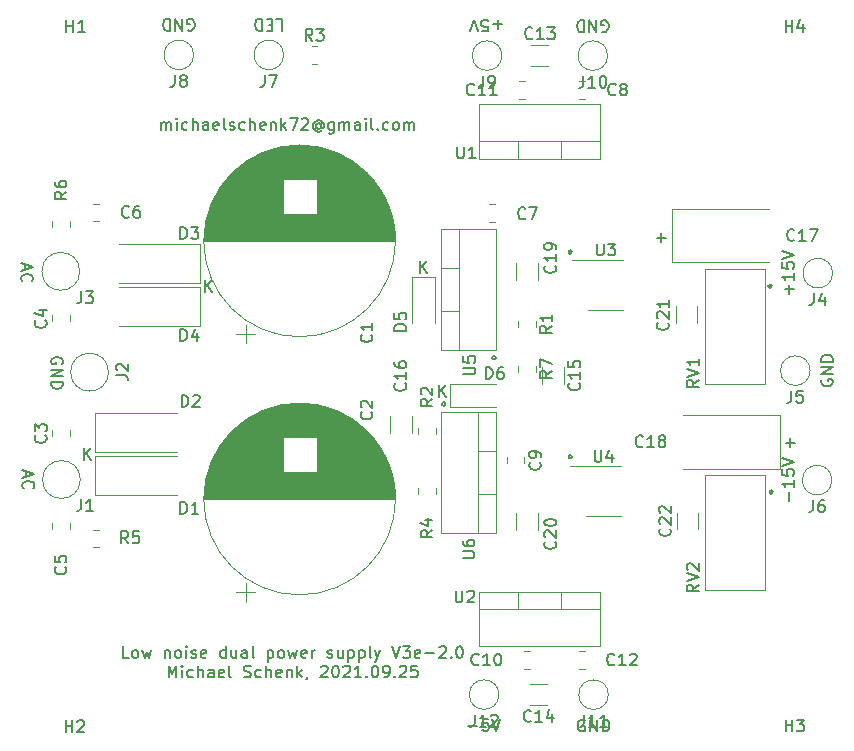
<source format=gbr>
G04 #@! TF.GenerationSoftware,KiCad,Pcbnew,(5.1.10-0-10_14)*
G04 #@! TF.CreationDate,2021-09-25T17:00:32+02:00*
G04 #@! TF.ProjectId,lv-lownoise-psu,6c762d6c-6f77-46e6-9f69-73652d707375,rev?*
G04 #@! TF.SameCoordinates,Original*
G04 #@! TF.FileFunction,Legend,Top*
G04 #@! TF.FilePolarity,Positive*
%FSLAX46Y46*%
G04 Gerber Fmt 4.6, Leading zero omitted, Abs format (unit mm)*
G04 Created by KiCad (PCBNEW (5.1.10-0-10_14)) date 2021-09-25 17:00:32*
%MOMM*%
%LPD*%
G01*
G04 APERTURE LIST*
%ADD10C,0.150000*%
%ADD11C,0.120000*%
G04 APERTURE END LIST*
D10*
X115943095Y-60269380D02*
X115943095Y-59269380D01*
X116514523Y-60269380D02*
X116085952Y-59697952D01*
X116514523Y-59269380D02*
X115943095Y-59840809D01*
X114355595Y-49791880D02*
X114355595Y-48791880D01*
X114927023Y-49791880D02*
X114498452Y-49220452D01*
X114927023Y-48791880D02*
X114355595Y-49363309D01*
X116332000Y-60729880D02*
X116236761Y-60777500D01*
X116189142Y-60872738D01*
X116236761Y-60967976D01*
X116332000Y-61015595D01*
X116427238Y-60967976D01*
X116474857Y-60872738D01*
X116427238Y-60777500D01*
X116332000Y-60729880D01*
X120586500Y-56792880D02*
X120491261Y-56840500D01*
X120443642Y-56935738D01*
X120491261Y-57030976D01*
X120586500Y-57078595D01*
X120681738Y-57030976D01*
X120729357Y-56935738D01*
X120681738Y-56840500D01*
X120586500Y-56792880D01*
X145288047Y-64142928D02*
X146049952Y-64142928D01*
X145669000Y-64523880D02*
X145669000Y-63761976D01*
X134366047Y-46807428D02*
X135127952Y-46807428D01*
X134747000Y-47188380D02*
X134747000Y-46426476D01*
X144081500Y-68159380D02*
X143986261Y-68207000D01*
X143938642Y-68302238D01*
X143986261Y-68397476D01*
X144081500Y-68445095D01*
X144176738Y-68397476D01*
X144224357Y-68302238D01*
X144176738Y-68207000D01*
X144081500Y-68159380D01*
X143954500Y-50760380D02*
X143859261Y-50808000D01*
X143811642Y-50903238D01*
X143859261Y-50998476D01*
X143954500Y-51046095D01*
X144049738Y-50998476D01*
X144097357Y-50903238D01*
X144049738Y-50808000D01*
X143954500Y-50760380D01*
X127063500Y-65174880D02*
X126968261Y-65222500D01*
X126920642Y-65317738D01*
X126968261Y-65412976D01*
X127063500Y-65460595D01*
X127158738Y-65412976D01*
X127206357Y-65317738D01*
X127158738Y-65222500D01*
X127063500Y-65174880D01*
X127063500Y-47839380D02*
X126968261Y-47887000D01*
X126920642Y-47982238D01*
X126968261Y-48077476D01*
X127063500Y-48125095D01*
X127158738Y-48077476D01*
X127206357Y-47982238D01*
X127158738Y-47887000D01*
X127063500Y-47839380D01*
X85907595Y-65603380D02*
X85907595Y-64603380D01*
X86479023Y-65603380D02*
X86050452Y-65031952D01*
X86479023Y-64603380D02*
X85907595Y-65174809D01*
X96131095Y-51379380D02*
X96131095Y-50379380D01*
X96702523Y-51379380D02*
X96273952Y-50807952D01*
X96702523Y-50379380D02*
X96131095Y-50950809D01*
X89687547Y-82367880D02*
X89211357Y-82367880D01*
X89211357Y-81367880D01*
X90163738Y-82367880D02*
X90068499Y-82320261D01*
X90020880Y-82272642D01*
X89973261Y-82177404D01*
X89973261Y-81891690D01*
X90020880Y-81796452D01*
X90068499Y-81748833D01*
X90163738Y-81701214D01*
X90306595Y-81701214D01*
X90401833Y-81748833D01*
X90449452Y-81796452D01*
X90497071Y-81891690D01*
X90497071Y-82177404D01*
X90449452Y-82272642D01*
X90401833Y-82320261D01*
X90306595Y-82367880D01*
X90163738Y-82367880D01*
X90830404Y-81701214D02*
X91020880Y-82367880D01*
X91211357Y-81891690D01*
X91401833Y-82367880D01*
X91592309Y-81701214D01*
X92735166Y-81701214D02*
X92735166Y-82367880D01*
X92735166Y-81796452D02*
X92782785Y-81748833D01*
X92878023Y-81701214D01*
X93020880Y-81701214D01*
X93116119Y-81748833D01*
X93163738Y-81844071D01*
X93163738Y-82367880D01*
X93782785Y-82367880D02*
X93687547Y-82320261D01*
X93639928Y-82272642D01*
X93592309Y-82177404D01*
X93592309Y-81891690D01*
X93639928Y-81796452D01*
X93687547Y-81748833D01*
X93782785Y-81701214D01*
X93925642Y-81701214D01*
X94020880Y-81748833D01*
X94068499Y-81796452D01*
X94116119Y-81891690D01*
X94116119Y-82177404D01*
X94068499Y-82272642D01*
X94020880Y-82320261D01*
X93925642Y-82367880D01*
X93782785Y-82367880D01*
X94544690Y-82367880D02*
X94544690Y-81701214D01*
X94544690Y-81367880D02*
X94497071Y-81415500D01*
X94544690Y-81463119D01*
X94592309Y-81415500D01*
X94544690Y-81367880D01*
X94544690Y-81463119D01*
X94973261Y-82320261D02*
X95068499Y-82367880D01*
X95258976Y-82367880D01*
X95354214Y-82320261D01*
X95401833Y-82225023D01*
X95401833Y-82177404D01*
X95354214Y-82082166D01*
X95258976Y-82034547D01*
X95116119Y-82034547D01*
X95020880Y-81986928D01*
X94973261Y-81891690D01*
X94973261Y-81844071D01*
X95020880Y-81748833D01*
X95116119Y-81701214D01*
X95258976Y-81701214D01*
X95354214Y-81748833D01*
X96211357Y-82320261D02*
X96116119Y-82367880D01*
X95925642Y-82367880D01*
X95830404Y-82320261D01*
X95782785Y-82225023D01*
X95782785Y-81844071D01*
X95830404Y-81748833D01*
X95925642Y-81701214D01*
X96116119Y-81701214D01*
X96211357Y-81748833D01*
X96258976Y-81844071D01*
X96258976Y-81939309D01*
X95782785Y-82034547D01*
X97878023Y-82367880D02*
X97878023Y-81367880D01*
X97878023Y-82320261D02*
X97782785Y-82367880D01*
X97592309Y-82367880D01*
X97497071Y-82320261D01*
X97449452Y-82272642D01*
X97401833Y-82177404D01*
X97401833Y-81891690D01*
X97449452Y-81796452D01*
X97497071Y-81748833D01*
X97592309Y-81701214D01*
X97782785Y-81701214D01*
X97878023Y-81748833D01*
X98782785Y-81701214D02*
X98782785Y-82367880D01*
X98354214Y-81701214D02*
X98354214Y-82225023D01*
X98401833Y-82320261D01*
X98497071Y-82367880D01*
X98639928Y-82367880D01*
X98735166Y-82320261D01*
X98782785Y-82272642D01*
X99687547Y-82367880D02*
X99687547Y-81844071D01*
X99639928Y-81748833D01*
X99544690Y-81701214D01*
X99354214Y-81701214D01*
X99258976Y-81748833D01*
X99687547Y-82320261D02*
X99592309Y-82367880D01*
X99354214Y-82367880D01*
X99258976Y-82320261D01*
X99211357Y-82225023D01*
X99211357Y-82129785D01*
X99258976Y-82034547D01*
X99354214Y-81986928D01*
X99592309Y-81986928D01*
X99687547Y-81939309D01*
X100306595Y-82367880D02*
X100211357Y-82320261D01*
X100163738Y-82225023D01*
X100163738Y-81367880D01*
X101449452Y-81701214D02*
X101449452Y-82701214D01*
X101449452Y-81748833D02*
X101544690Y-81701214D01*
X101735166Y-81701214D01*
X101830404Y-81748833D01*
X101878023Y-81796452D01*
X101925642Y-81891690D01*
X101925642Y-82177404D01*
X101878023Y-82272642D01*
X101830404Y-82320261D01*
X101735166Y-82367880D01*
X101544690Y-82367880D01*
X101449452Y-82320261D01*
X102497071Y-82367880D02*
X102401833Y-82320261D01*
X102354214Y-82272642D01*
X102306595Y-82177404D01*
X102306595Y-81891690D01*
X102354214Y-81796452D01*
X102401833Y-81748833D01*
X102497071Y-81701214D01*
X102639928Y-81701214D01*
X102735166Y-81748833D01*
X102782785Y-81796452D01*
X102830404Y-81891690D01*
X102830404Y-82177404D01*
X102782785Y-82272642D01*
X102735166Y-82320261D01*
X102639928Y-82367880D01*
X102497071Y-82367880D01*
X103163738Y-81701214D02*
X103354214Y-82367880D01*
X103544690Y-81891690D01*
X103735166Y-82367880D01*
X103925642Y-81701214D01*
X104687547Y-82320261D02*
X104592309Y-82367880D01*
X104401833Y-82367880D01*
X104306595Y-82320261D01*
X104258976Y-82225023D01*
X104258976Y-81844071D01*
X104306595Y-81748833D01*
X104401833Y-81701214D01*
X104592309Y-81701214D01*
X104687547Y-81748833D01*
X104735166Y-81844071D01*
X104735166Y-81939309D01*
X104258976Y-82034547D01*
X105163738Y-82367880D02*
X105163738Y-81701214D01*
X105163738Y-81891690D02*
X105211357Y-81796452D01*
X105258976Y-81748833D01*
X105354214Y-81701214D01*
X105449452Y-81701214D01*
X106497071Y-82320261D02*
X106592309Y-82367880D01*
X106782785Y-82367880D01*
X106878023Y-82320261D01*
X106925642Y-82225023D01*
X106925642Y-82177404D01*
X106878023Y-82082166D01*
X106782785Y-82034547D01*
X106639928Y-82034547D01*
X106544690Y-81986928D01*
X106497071Y-81891690D01*
X106497071Y-81844071D01*
X106544690Y-81748833D01*
X106639928Y-81701214D01*
X106782785Y-81701214D01*
X106878023Y-81748833D01*
X107782785Y-81701214D02*
X107782785Y-82367880D01*
X107354214Y-81701214D02*
X107354214Y-82225023D01*
X107401833Y-82320261D01*
X107497071Y-82367880D01*
X107639928Y-82367880D01*
X107735166Y-82320261D01*
X107782785Y-82272642D01*
X108258976Y-81701214D02*
X108258976Y-82701214D01*
X108258976Y-81748833D02*
X108354214Y-81701214D01*
X108544690Y-81701214D01*
X108639928Y-81748833D01*
X108687547Y-81796452D01*
X108735166Y-81891690D01*
X108735166Y-82177404D01*
X108687547Y-82272642D01*
X108639928Y-82320261D01*
X108544690Y-82367880D01*
X108354214Y-82367880D01*
X108258976Y-82320261D01*
X109163738Y-81701214D02*
X109163738Y-82701214D01*
X109163738Y-81748833D02*
X109258976Y-81701214D01*
X109449452Y-81701214D01*
X109544690Y-81748833D01*
X109592309Y-81796452D01*
X109639928Y-81891690D01*
X109639928Y-82177404D01*
X109592309Y-82272642D01*
X109544690Y-82320261D01*
X109449452Y-82367880D01*
X109258976Y-82367880D01*
X109163738Y-82320261D01*
X110211357Y-82367880D02*
X110116119Y-82320261D01*
X110068499Y-82225023D01*
X110068499Y-81367880D01*
X110497071Y-81701214D02*
X110735166Y-82367880D01*
X110973261Y-81701214D02*
X110735166Y-82367880D01*
X110639928Y-82605976D01*
X110592309Y-82653595D01*
X110497071Y-82701214D01*
X111973261Y-81367880D02*
X112306595Y-82367880D01*
X112639928Y-81367880D01*
X112878023Y-81367880D02*
X113497071Y-81367880D01*
X113163738Y-81748833D01*
X113306595Y-81748833D01*
X113401833Y-81796452D01*
X113449452Y-81844071D01*
X113497071Y-81939309D01*
X113497071Y-82177404D01*
X113449452Y-82272642D01*
X113401833Y-82320261D01*
X113306595Y-82367880D01*
X113020880Y-82367880D01*
X112925642Y-82320261D01*
X112878023Y-82272642D01*
X114306595Y-82320261D02*
X114211357Y-82367880D01*
X114020880Y-82367880D01*
X113925642Y-82320261D01*
X113878023Y-82225023D01*
X113878023Y-81844071D01*
X113925642Y-81748833D01*
X114020880Y-81701214D01*
X114211357Y-81701214D01*
X114306595Y-81748833D01*
X114354214Y-81844071D01*
X114354214Y-81939309D01*
X113878023Y-82034547D01*
X114782785Y-81986928D02*
X115544690Y-81986928D01*
X115973261Y-81463119D02*
X116020880Y-81415500D01*
X116116119Y-81367880D01*
X116354214Y-81367880D01*
X116449452Y-81415500D01*
X116497071Y-81463119D01*
X116544690Y-81558357D01*
X116544690Y-81653595D01*
X116497071Y-81796452D01*
X115925642Y-82367880D01*
X116544690Y-82367880D01*
X116973261Y-82272642D02*
X117020880Y-82320261D01*
X116973261Y-82367880D01*
X116925642Y-82320261D01*
X116973261Y-82272642D01*
X116973261Y-82367880D01*
X117639928Y-81367880D02*
X117735166Y-81367880D01*
X117830404Y-81415500D01*
X117878023Y-81463119D01*
X117925642Y-81558357D01*
X117973261Y-81748833D01*
X117973261Y-81986928D01*
X117925642Y-82177404D01*
X117878023Y-82272642D01*
X117830404Y-82320261D01*
X117735166Y-82367880D01*
X117639928Y-82367880D01*
X117544690Y-82320261D01*
X117497071Y-82272642D01*
X117449452Y-82177404D01*
X117401833Y-81986928D01*
X117401833Y-81748833D01*
X117449452Y-81558357D01*
X117497071Y-81463119D01*
X117544690Y-81415500D01*
X117639928Y-81367880D01*
X93044690Y-84017880D02*
X93044690Y-83017880D01*
X93378023Y-83732166D01*
X93711357Y-83017880D01*
X93711357Y-84017880D01*
X94187547Y-84017880D02*
X94187547Y-83351214D01*
X94187547Y-83017880D02*
X94139928Y-83065500D01*
X94187547Y-83113119D01*
X94235166Y-83065500D01*
X94187547Y-83017880D01*
X94187547Y-83113119D01*
X95092309Y-83970261D02*
X94997071Y-84017880D01*
X94806595Y-84017880D01*
X94711357Y-83970261D01*
X94663738Y-83922642D01*
X94616119Y-83827404D01*
X94616119Y-83541690D01*
X94663738Y-83446452D01*
X94711357Y-83398833D01*
X94806595Y-83351214D01*
X94997071Y-83351214D01*
X95092309Y-83398833D01*
X95520880Y-84017880D02*
X95520880Y-83017880D01*
X95949452Y-84017880D02*
X95949452Y-83494071D01*
X95901833Y-83398833D01*
X95806595Y-83351214D01*
X95663738Y-83351214D01*
X95568500Y-83398833D01*
X95520880Y-83446452D01*
X96854214Y-84017880D02*
X96854214Y-83494071D01*
X96806595Y-83398833D01*
X96711357Y-83351214D01*
X96520880Y-83351214D01*
X96425642Y-83398833D01*
X96854214Y-83970261D02*
X96758976Y-84017880D01*
X96520880Y-84017880D01*
X96425642Y-83970261D01*
X96378023Y-83875023D01*
X96378023Y-83779785D01*
X96425642Y-83684547D01*
X96520880Y-83636928D01*
X96758976Y-83636928D01*
X96854214Y-83589309D01*
X97711357Y-83970261D02*
X97616119Y-84017880D01*
X97425642Y-84017880D01*
X97330404Y-83970261D01*
X97282785Y-83875023D01*
X97282785Y-83494071D01*
X97330404Y-83398833D01*
X97425642Y-83351214D01*
X97616119Y-83351214D01*
X97711357Y-83398833D01*
X97758976Y-83494071D01*
X97758976Y-83589309D01*
X97282785Y-83684547D01*
X98330404Y-84017880D02*
X98235166Y-83970261D01*
X98187547Y-83875023D01*
X98187547Y-83017880D01*
X99425642Y-83970261D02*
X99568500Y-84017880D01*
X99806595Y-84017880D01*
X99901833Y-83970261D01*
X99949452Y-83922642D01*
X99997071Y-83827404D01*
X99997071Y-83732166D01*
X99949452Y-83636928D01*
X99901833Y-83589309D01*
X99806595Y-83541690D01*
X99616119Y-83494071D01*
X99520880Y-83446452D01*
X99473261Y-83398833D01*
X99425642Y-83303595D01*
X99425642Y-83208357D01*
X99473261Y-83113119D01*
X99520880Y-83065500D01*
X99616119Y-83017880D01*
X99854214Y-83017880D01*
X99997071Y-83065500D01*
X100854214Y-83970261D02*
X100758976Y-84017880D01*
X100568500Y-84017880D01*
X100473261Y-83970261D01*
X100425642Y-83922642D01*
X100378023Y-83827404D01*
X100378023Y-83541690D01*
X100425642Y-83446452D01*
X100473261Y-83398833D01*
X100568500Y-83351214D01*
X100758976Y-83351214D01*
X100854214Y-83398833D01*
X101282785Y-84017880D02*
X101282785Y-83017880D01*
X101711357Y-84017880D02*
X101711357Y-83494071D01*
X101663738Y-83398833D01*
X101568500Y-83351214D01*
X101425642Y-83351214D01*
X101330404Y-83398833D01*
X101282785Y-83446452D01*
X102568500Y-83970261D02*
X102473261Y-84017880D01*
X102282785Y-84017880D01*
X102187547Y-83970261D01*
X102139928Y-83875023D01*
X102139928Y-83494071D01*
X102187547Y-83398833D01*
X102282785Y-83351214D01*
X102473261Y-83351214D01*
X102568500Y-83398833D01*
X102616119Y-83494071D01*
X102616119Y-83589309D01*
X102139928Y-83684547D01*
X103044690Y-83351214D02*
X103044690Y-84017880D01*
X103044690Y-83446452D02*
X103092309Y-83398833D01*
X103187547Y-83351214D01*
X103330404Y-83351214D01*
X103425642Y-83398833D01*
X103473261Y-83494071D01*
X103473261Y-84017880D01*
X103949452Y-84017880D02*
X103949452Y-83017880D01*
X104044690Y-83636928D02*
X104330404Y-84017880D01*
X104330404Y-83351214D02*
X103949452Y-83732166D01*
X104806595Y-83970261D02*
X104806595Y-84017880D01*
X104758976Y-84113119D01*
X104711357Y-84160738D01*
X105949452Y-83113119D02*
X105997071Y-83065500D01*
X106092309Y-83017880D01*
X106330404Y-83017880D01*
X106425642Y-83065500D01*
X106473261Y-83113119D01*
X106520880Y-83208357D01*
X106520880Y-83303595D01*
X106473261Y-83446452D01*
X105901833Y-84017880D01*
X106520880Y-84017880D01*
X107139928Y-83017880D02*
X107235166Y-83017880D01*
X107330404Y-83065500D01*
X107378023Y-83113119D01*
X107425642Y-83208357D01*
X107473261Y-83398833D01*
X107473261Y-83636928D01*
X107425642Y-83827404D01*
X107378023Y-83922642D01*
X107330404Y-83970261D01*
X107235166Y-84017880D01*
X107139928Y-84017880D01*
X107044690Y-83970261D01*
X106997071Y-83922642D01*
X106949452Y-83827404D01*
X106901833Y-83636928D01*
X106901833Y-83398833D01*
X106949452Y-83208357D01*
X106997071Y-83113119D01*
X107044690Y-83065500D01*
X107139928Y-83017880D01*
X107854214Y-83113119D02*
X107901833Y-83065500D01*
X107997071Y-83017880D01*
X108235166Y-83017880D01*
X108330404Y-83065500D01*
X108378023Y-83113119D01*
X108425642Y-83208357D01*
X108425642Y-83303595D01*
X108378023Y-83446452D01*
X107806595Y-84017880D01*
X108425642Y-84017880D01*
X109378023Y-84017880D02*
X108806595Y-84017880D01*
X109092309Y-84017880D02*
X109092309Y-83017880D01*
X108997071Y-83160738D01*
X108901833Y-83255976D01*
X108806595Y-83303595D01*
X109806595Y-83922642D02*
X109854214Y-83970261D01*
X109806595Y-84017880D01*
X109758976Y-83970261D01*
X109806595Y-83922642D01*
X109806595Y-84017880D01*
X110473261Y-83017880D02*
X110568500Y-83017880D01*
X110663738Y-83065500D01*
X110711357Y-83113119D01*
X110758976Y-83208357D01*
X110806595Y-83398833D01*
X110806595Y-83636928D01*
X110758976Y-83827404D01*
X110711357Y-83922642D01*
X110663738Y-83970261D01*
X110568500Y-84017880D01*
X110473261Y-84017880D01*
X110378023Y-83970261D01*
X110330404Y-83922642D01*
X110282785Y-83827404D01*
X110235166Y-83636928D01*
X110235166Y-83398833D01*
X110282785Y-83208357D01*
X110330404Y-83113119D01*
X110378023Y-83065500D01*
X110473261Y-83017880D01*
X111282785Y-84017880D02*
X111473261Y-84017880D01*
X111568500Y-83970261D01*
X111616119Y-83922642D01*
X111711357Y-83779785D01*
X111758976Y-83589309D01*
X111758976Y-83208357D01*
X111711357Y-83113119D01*
X111663738Y-83065500D01*
X111568500Y-83017880D01*
X111378023Y-83017880D01*
X111282785Y-83065500D01*
X111235166Y-83113119D01*
X111187547Y-83208357D01*
X111187547Y-83446452D01*
X111235166Y-83541690D01*
X111282785Y-83589309D01*
X111378023Y-83636928D01*
X111568500Y-83636928D01*
X111663738Y-83589309D01*
X111711357Y-83541690D01*
X111758976Y-83446452D01*
X112187547Y-83922642D02*
X112235166Y-83970261D01*
X112187547Y-84017880D01*
X112139928Y-83970261D01*
X112187547Y-83922642D01*
X112187547Y-84017880D01*
X112616119Y-83113119D02*
X112663738Y-83065500D01*
X112758976Y-83017880D01*
X112997071Y-83017880D01*
X113092309Y-83065500D01*
X113139928Y-83113119D01*
X113187547Y-83208357D01*
X113187547Y-83303595D01*
X113139928Y-83446452D01*
X112568500Y-84017880D01*
X113187547Y-84017880D01*
X114092309Y-83017880D02*
X113616119Y-83017880D01*
X113568500Y-83494071D01*
X113616119Y-83446452D01*
X113711357Y-83398833D01*
X113949452Y-83398833D01*
X114044690Y-83446452D01*
X114092309Y-83494071D01*
X114139928Y-83589309D01*
X114139928Y-83827404D01*
X114092309Y-83922642D01*
X114044690Y-83970261D01*
X113949452Y-84017880D01*
X113711357Y-84017880D01*
X113616119Y-83970261D01*
X113568500Y-83922642D01*
X129730404Y-29329000D02*
X129825642Y-29376619D01*
X129968500Y-29376619D01*
X130111357Y-29329000D01*
X130206595Y-29233761D01*
X130254214Y-29138523D01*
X130301833Y-28948047D01*
X130301833Y-28805190D01*
X130254214Y-28614714D01*
X130206595Y-28519476D01*
X130111357Y-28424238D01*
X129968500Y-28376619D01*
X129873261Y-28376619D01*
X129730404Y-28424238D01*
X129682785Y-28471857D01*
X129682785Y-28805190D01*
X129873261Y-28805190D01*
X129254214Y-28376619D02*
X129254214Y-29376619D01*
X128682785Y-28376619D01*
X128682785Y-29376619D01*
X128206595Y-28376619D02*
X128206595Y-29376619D01*
X127968500Y-29376619D01*
X127825642Y-29329000D01*
X127730404Y-29233761D01*
X127682785Y-29138523D01*
X127635166Y-28948047D01*
X127635166Y-28805190D01*
X127682785Y-28614714D01*
X127730404Y-28519476D01*
X127825642Y-28424238D01*
X127968500Y-28376619D01*
X128206595Y-28376619D01*
X121300714Y-28694071D02*
X120538809Y-28694071D01*
X120919761Y-28313119D02*
X120919761Y-29075023D01*
X119586428Y-29313119D02*
X120062619Y-29313119D01*
X120110238Y-28836928D01*
X120062619Y-28884547D01*
X119967380Y-28932166D01*
X119729285Y-28932166D01*
X119634047Y-28884547D01*
X119586428Y-28836928D01*
X119538809Y-28741690D01*
X119538809Y-28503595D01*
X119586428Y-28408357D01*
X119634047Y-28360738D01*
X119729285Y-28313119D01*
X119967380Y-28313119D01*
X120062619Y-28360738D01*
X120110238Y-28408357D01*
X119253095Y-29313119D02*
X118919761Y-28313119D01*
X118586428Y-29313119D01*
X118411785Y-88145928D02*
X119173690Y-88145928D01*
X120126071Y-87526880D02*
X119649880Y-87526880D01*
X119602261Y-88003071D01*
X119649880Y-87955452D01*
X119745119Y-87907833D01*
X119983214Y-87907833D01*
X120078452Y-87955452D01*
X120126071Y-88003071D01*
X120173690Y-88098309D01*
X120173690Y-88336404D01*
X120126071Y-88431642D01*
X120078452Y-88479261D01*
X119983214Y-88526880D01*
X119745119Y-88526880D01*
X119649880Y-88479261D01*
X119602261Y-88431642D01*
X120459404Y-87526880D02*
X120792738Y-88526880D01*
X121126071Y-87526880D01*
X128270095Y-87638000D02*
X128174857Y-87590380D01*
X128032000Y-87590380D01*
X127889142Y-87638000D01*
X127793904Y-87733238D01*
X127746285Y-87828476D01*
X127698666Y-88018952D01*
X127698666Y-88161809D01*
X127746285Y-88352285D01*
X127793904Y-88447523D01*
X127889142Y-88542761D01*
X128032000Y-88590380D01*
X128127238Y-88590380D01*
X128270095Y-88542761D01*
X128317714Y-88495142D01*
X128317714Y-88161809D01*
X128127238Y-88161809D01*
X128746285Y-88590380D02*
X128746285Y-87590380D01*
X129317714Y-88590380D01*
X129317714Y-87590380D01*
X129793904Y-88590380D02*
X129793904Y-87590380D01*
X130032000Y-87590380D01*
X130174857Y-87638000D01*
X130270095Y-87733238D01*
X130317714Y-87828476D01*
X130365333Y-88018952D01*
X130365333Y-88161809D01*
X130317714Y-88352285D01*
X130270095Y-88447523D01*
X130174857Y-88542761D01*
X130032000Y-88590380D01*
X129793904Y-88590380D01*
X94678404Y-29202000D02*
X94773642Y-29249619D01*
X94916500Y-29249619D01*
X95059357Y-29202000D01*
X95154595Y-29106761D01*
X95202214Y-29011523D01*
X95249833Y-28821047D01*
X95249833Y-28678190D01*
X95202214Y-28487714D01*
X95154595Y-28392476D01*
X95059357Y-28297238D01*
X94916500Y-28249619D01*
X94821261Y-28249619D01*
X94678404Y-28297238D01*
X94630785Y-28344857D01*
X94630785Y-28678190D01*
X94821261Y-28678190D01*
X94202214Y-28249619D02*
X94202214Y-29249619D01*
X93630785Y-28249619D01*
X93630785Y-29249619D01*
X93154595Y-28249619D02*
X93154595Y-29249619D01*
X92916500Y-29249619D01*
X92773642Y-29202000D01*
X92678404Y-29106761D01*
X92630785Y-29011523D01*
X92583166Y-28821047D01*
X92583166Y-28678190D01*
X92630785Y-28487714D01*
X92678404Y-28392476D01*
X92773642Y-28297238D01*
X92916500Y-28249619D01*
X93154595Y-28249619D01*
X102179357Y-28249619D02*
X102655547Y-28249619D01*
X102655547Y-29249619D01*
X101846023Y-28773428D02*
X101512690Y-28773428D01*
X101369833Y-28249619D02*
X101846023Y-28249619D01*
X101846023Y-29249619D01*
X101369833Y-29249619D01*
X100941261Y-28249619D02*
X100941261Y-29249619D01*
X100703166Y-29249619D01*
X100560309Y-29202000D01*
X100465071Y-29106761D01*
X100417452Y-29011523D01*
X100369833Y-28821047D01*
X100369833Y-28678190D01*
X100417452Y-28487714D01*
X100465071Y-28392476D01*
X100560309Y-28297238D01*
X100703166Y-28249619D01*
X100941261Y-28249619D01*
X92409714Y-37663380D02*
X92409714Y-36996714D01*
X92409714Y-37091952D02*
X92457333Y-37044333D01*
X92552571Y-36996714D01*
X92695428Y-36996714D01*
X92790666Y-37044333D01*
X92838285Y-37139571D01*
X92838285Y-37663380D01*
X92838285Y-37139571D02*
X92885904Y-37044333D01*
X92981142Y-36996714D01*
X93124000Y-36996714D01*
X93219238Y-37044333D01*
X93266857Y-37139571D01*
X93266857Y-37663380D01*
X93743047Y-37663380D02*
X93743047Y-36996714D01*
X93743047Y-36663380D02*
X93695428Y-36711000D01*
X93743047Y-36758619D01*
X93790666Y-36711000D01*
X93743047Y-36663380D01*
X93743047Y-36758619D01*
X94647809Y-37615761D02*
X94552571Y-37663380D01*
X94362095Y-37663380D01*
X94266857Y-37615761D01*
X94219238Y-37568142D01*
X94171619Y-37472904D01*
X94171619Y-37187190D01*
X94219238Y-37091952D01*
X94266857Y-37044333D01*
X94362095Y-36996714D01*
X94552571Y-36996714D01*
X94647809Y-37044333D01*
X95076380Y-37663380D02*
X95076380Y-36663380D01*
X95504952Y-37663380D02*
X95504952Y-37139571D01*
X95457333Y-37044333D01*
X95362095Y-36996714D01*
X95219238Y-36996714D01*
X95124000Y-37044333D01*
X95076380Y-37091952D01*
X96409714Y-37663380D02*
X96409714Y-37139571D01*
X96362095Y-37044333D01*
X96266857Y-36996714D01*
X96076380Y-36996714D01*
X95981142Y-37044333D01*
X96409714Y-37615761D02*
X96314476Y-37663380D01*
X96076380Y-37663380D01*
X95981142Y-37615761D01*
X95933523Y-37520523D01*
X95933523Y-37425285D01*
X95981142Y-37330047D01*
X96076380Y-37282428D01*
X96314476Y-37282428D01*
X96409714Y-37234809D01*
X97266857Y-37615761D02*
X97171619Y-37663380D01*
X96981142Y-37663380D01*
X96885904Y-37615761D01*
X96838285Y-37520523D01*
X96838285Y-37139571D01*
X96885904Y-37044333D01*
X96981142Y-36996714D01*
X97171619Y-36996714D01*
X97266857Y-37044333D01*
X97314476Y-37139571D01*
X97314476Y-37234809D01*
X96838285Y-37330047D01*
X97885904Y-37663380D02*
X97790666Y-37615761D01*
X97743047Y-37520523D01*
X97743047Y-36663380D01*
X98219238Y-37615761D02*
X98314476Y-37663380D01*
X98504952Y-37663380D01*
X98600190Y-37615761D01*
X98647809Y-37520523D01*
X98647809Y-37472904D01*
X98600190Y-37377666D01*
X98504952Y-37330047D01*
X98362095Y-37330047D01*
X98266857Y-37282428D01*
X98219238Y-37187190D01*
X98219238Y-37139571D01*
X98266857Y-37044333D01*
X98362095Y-36996714D01*
X98504952Y-36996714D01*
X98600190Y-37044333D01*
X99504952Y-37615761D02*
X99409714Y-37663380D01*
X99219238Y-37663380D01*
X99124000Y-37615761D01*
X99076380Y-37568142D01*
X99028761Y-37472904D01*
X99028761Y-37187190D01*
X99076380Y-37091952D01*
X99124000Y-37044333D01*
X99219238Y-36996714D01*
X99409714Y-36996714D01*
X99504952Y-37044333D01*
X99933523Y-37663380D02*
X99933523Y-36663380D01*
X100362095Y-37663380D02*
X100362095Y-37139571D01*
X100314476Y-37044333D01*
X100219238Y-36996714D01*
X100076380Y-36996714D01*
X99981142Y-37044333D01*
X99933523Y-37091952D01*
X101219238Y-37615761D02*
X101124000Y-37663380D01*
X100933523Y-37663380D01*
X100838285Y-37615761D01*
X100790666Y-37520523D01*
X100790666Y-37139571D01*
X100838285Y-37044333D01*
X100933523Y-36996714D01*
X101124000Y-36996714D01*
X101219238Y-37044333D01*
X101266857Y-37139571D01*
X101266857Y-37234809D01*
X100790666Y-37330047D01*
X101695428Y-36996714D02*
X101695428Y-37663380D01*
X101695428Y-37091952D02*
X101743047Y-37044333D01*
X101838285Y-36996714D01*
X101981142Y-36996714D01*
X102076380Y-37044333D01*
X102124000Y-37139571D01*
X102124000Y-37663380D01*
X102600190Y-37663380D02*
X102600190Y-36663380D01*
X102695428Y-37282428D02*
X102981142Y-37663380D01*
X102981142Y-36996714D02*
X102600190Y-37377666D01*
X103314476Y-36663380D02*
X103981142Y-36663380D01*
X103552571Y-37663380D01*
X104314476Y-36758619D02*
X104362095Y-36711000D01*
X104457333Y-36663380D01*
X104695428Y-36663380D01*
X104790666Y-36711000D01*
X104838285Y-36758619D01*
X104885904Y-36853857D01*
X104885904Y-36949095D01*
X104838285Y-37091952D01*
X104266857Y-37663380D01*
X104885904Y-37663380D01*
X105933523Y-37187190D02*
X105885904Y-37139571D01*
X105790666Y-37091952D01*
X105695428Y-37091952D01*
X105600190Y-37139571D01*
X105552571Y-37187190D01*
X105504952Y-37282428D01*
X105504952Y-37377666D01*
X105552571Y-37472904D01*
X105600190Y-37520523D01*
X105695428Y-37568142D01*
X105790666Y-37568142D01*
X105885904Y-37520523D01*
X105933523Y-37472904D01*
X105933523Y-37091952D02*
X105933523Y-37472904D01*
X105981142Y-37520523D01*
X106028761Y-37520523D01*
X106124000Y-37472904D01*
X106171619Y-37377666D01*
X106171619Y-37139571D01*
X106076380Y-36996714D01*
X105933523Y-36901476D01*
X105743047Y-36853857D01*
X105552571Y-36901476D01*
X105409714Y-36996714D01*
X105314476Y-37139571D01*
X105266857Y-37330047D01*
X105314476Y-37520523D01*
X105409714Y-37663380D01*
X105552571Y-37758619D01*
X105743047Y-37806238D01*
X105933523Y-37758619D01*
X106076380Y-37663380D01*
X107028761Y-36996714D02*
X107028761Y-37806238D01*
X106981142Y-37901476D01*
X106933523Y-37949095D01*
X106838285Y-37996714D01*
X106695428Y-37996714D01*
X106600190Y-37949095D01*
X107028761Y-37615761D02*
X106933523Y-37663380D01*
X106743047Y-37663380D01*
X106647809Y-37615761D01*
X106600190Y-37568142D01*
X106552571Y-37472904D01*
X106552571Y-37187190D01*
X106600190Y-37091952D01*
X106647809Y-37044333D01*
X106743047Y-36996714D01*
X106933523Y-36996714D01*
X107028761Y-37044333D01*
X107504952Y-37663380D02*
X107504952Y-36996714D01*
X107504952Y-37091952D02*
X107552571Y-37044333D01*
X107647809Y-36996714D01*
X107790666Y-36996714D01*
X107885904Y-37044333D01*
X107933523Y-37139571D01*
X107933523Y-37663380D01*
X107933523Y-37139571D02*
X107981142Y-37044333D01*
X108076380Y-36996714D01*
X108219238Y-36996714D01*
X108314476Y-37044333D01*
X108362095Y-37139571D01*
X108362095Y-37663380D01*
X109266857Y-37663380D02*
X109266857Y-37139571D01*
X109219238Y-37044333D01*
X109124000Y-36996714D01*
X108933523Y-36996714D01*
X108838285Y-37044333D01*
X109266857Y-37615761D02*
X109171619Y-37663380D01*
X108933523Y-37663380D01*
X108838285Y-37615761D01*
X108790666Y-37520523D01*
X108790666Y-37425285D01*
X108838285Y-37330047D01*
X108933523Y-37282428D01*
X109171619Y-37282428D01*
X109266857Y-37234809D01*
X109743047Y-37663380D02*
X109743047Y-36996714D01*
X109743047Y-36663380D02*
X109695428Y-36711000D01*
X109743047Y-36758619D01*
X109790666Y-36711000D01*
X109743047Y-36663380D01*
X109743047Y-36758619D01*
X110362095Y-37663380D02*
X110266857Y-37615761D01*
X110219238Y-37520523D01*
X110219238Y-36663380D01*
X110743047Y-37568142D02*
X110790666Y-37615761D01*
X110743047Y-37663380D01*
X110695428Y-37615761D01*
X110743047Y-37568142D01*
X110743047Y-37663380D01*
X111647809Y-37615761D02*
X111552571Y-37663380D01*
X111362095Y-37663380D01*
X111266857Y-37615761D01*
X111219238Y-37568142D01*
X111171619Y-37472904D01*
X111171619Y-37187190D01*
X111219238Y-37091952D01*
X111266857Y-37044333D01*
X111362095Y-36996714D01*
X111552571Y-36996714D01*
X111647809Y-37044333D01*
X112219238Y-37663380D02*
X112124000Y-37615761D01*
X112076380Y-37568142D01*
X112028761Y-37472904D01*
X112028761Y-37187190D01*
X112076380Y-37091952D01*
X112124000Y-37044333D01*
X112219238Y-36996714D01*
X112362095Y-36996714D01*
X112457333Y-37044333D01*
X112504952Y-37091952D01*
X112552571Y-37187190D01*
X112552571Y-37472904D01*
X112504952Y-37568142D01*
X112457333Y-37615761D01*
X112362095Y-37663380D01*
X112219238Y-37663380D01*
X112981142Y-37663380D02*
X112981142Y-36996714D01*
X112981142Y-37091952D02*
X113028761Y-37044333D01*
X113124000Y-36996714D01*
X113266857Y-36996714D01*
X113362095Y-37044333D01*
X113409714Y-37139571D01*
X113409714Y-37663380D01*
X113409714Y-37139571D02*
X113457333Y-37044333D01*
X113552571Y-36996714D01*
X113695428Y-36996714D01*
X113790666Y-37044333D01*
X113838285Y-37139571D01*
X113838285Y-37663380D01*
X84066000Y-57467595D02*
X84113619Y-57372357D01*
X84113619Y-57229500D01*
X84066000Y-57086642D01*
X83970761Y-56991404D01*
X83875523Y-56943785D01*
X83685047Y-56896166D01*
X83542190Y-56896166D01*
X83351714Y-56943785D01*
X83256476Y-56991404D01*
X83161238Y-57086642D01*
X83113619Y-57229500D01*
X83113619Y-57324738D01*
X83161238Y-57467595D01*
X83208857Y-57515214D01*
X83542190Y-57515214D01*
X83542190Y-57324738D01*
X83113619Y-57943785D02*
X84113619Y-57943785D01*
X83113619Y-58515214D01*
X84113619Y-58515214D01*
X83113619Y-58991404D02*
X84113619Y-58991404D01*
X84113619Y-59229500D01*
X84066000Y-59372357D01*
X83970761Y-59467595D01*
X83875523Y-59515214D01*
X83685047Y-59562833D01*
X83542190Y-59562833D01*
X83351714Y-59515214D01*
X83256476Y-59467595D01*
X83161238Y-59372357D01*
X83113619Y-59229500D01*
X83113619Y-58991404D01*
X80960933Y-66521104D02*
X80960933Y-66997295D01*
X80675219Y-66425866D02*
X81675219Y-66759200D01*
X80675219Y-67092533D01*
X80770457Y-67997295D02*
X80722838Y-67949676D01*
X80675219Y-67806819D01*
X80675219Y-67711580D01*
X80722838Y-67568723D01*
X80818076Y-67473485D01*
X80913314Y-67425866D01*
X81103790Y-67378247D01*
X81246647Y-67378247D01*
X81437123Y-67425866D01*
X81532361Y-67473485D01*
X81627600Y-67568723D01*
X81675219Y-67711580D01*
X81675219Y-67806819D01*
X81627600Y-67949676D01*
X81579980Y-67997295D01*
X80859333Y-48995104D02*
X80859333Y-49471295D01*
X80573619Y-48899866D02*
X81573619Y-49233200D01*
X80573619Y-49566533D01*
X80668857Y-50471295D02*
X80621238Y-50423676D01*
X80573619Y-50280819D01*
X80573619Y-50185580D01*
X80621238Y-50042723D01*
X80716476Y-49947485D01*
X80811714Y-49899866D01*
X81002190Y-49852247D01*
X81145047Y-49852247D01*
X81335523Y-49899866D01*
X81430761Y-49947485D01*
X81526000Y-50042723D01*
X81573619Y-50185580D01*
X81573619Y-50280819D01*
X81526000Y-50423676D01*
X81478380Y-50471295D01*
X145613428Y-69071904D02*
X145613428Y-68310000D01*
X145994380Y-67310000D02*
X145994380Y-67881428D01*
X145994380Y-67595714D02*
X144994380Y-67595714D01*
X145137238Y-67690952D01*
X145232476Y-67786190D01*
X145280095Y-67881428D01*
X144994380Y-66405238D02*
X144994380Y-66881428D01*
X145470571Y-66929047D01*
X145422952Y-66881428D01*
X145375333Y-66786190D01*
X145375333Y-66548095D01*
X145422952Y-66452857D01*
X145470571Y-66405238D01*
X145565809Y-66357619D01*
X145803904Y-66357619D01*
X145899142Y-66405238D01*
X145946761Y-66452857D01*
X145994380Y-66548095D01*
X145994380Y-66786190D01*
X145946761Y-66881428D01*
X145899142Y-66929047D01*
X144994380Y-66071904D02*
X145994380Y-65738571D01*
X144994380Y-65405238D01*
X148344000Y-58800904D02*
X148296380Y-58896142D01*
X148296380Y-59039000D01*
X148344000Y-59181857D01*
X148439238Y-59277095D01*
X148534476Y-59324714D01*
X148724952Y-59372333D01*
X148867809Y-59372333D01*
X149058285Y-59324714D01*
X149153523Y-59277095D01*
X149248761Y-59181857D01*
X149296380Y-59039000D01*
X149296380Y-58943761D01*
X149248761Y-58800904D01*
X149201142Y-58753285D01*
X148867809Y-58753285D01*
X148867809Y-58943761D01*
X149296380Y-58324714D02*
X148296380Y-58324714D01*
X149296380Y-57753285D01*
X148296380Y-57753285D01*
X149296380Y-57277095D02*
X148296380Y-57277095D01*
X148296380Y-57039000D01*
X148344000Y-56896142D01*
X148439238Y-56800904D01*
X148534476Y-56753285D01*
X148724952Y-56705666D01*
X148867809Y-56705666D01*
X149058285Y-56753285D01*
X149153523Y-56800904D01*
X149248761Y-56896142D01*
X149296380Y-57039000D01*
X149296380Y-57277095D01*
X145613428Y-51545904D02*
X145613428Y-50784000D01*
X145994380Y-51164952D02*
X145232476Y-51164952D01*
X145994380Y-49784000D02*
X145994380Y-50355428D01*
X145994380Y-50069714D02*
X144994380Y-50069714D01*
X145137238Y-50164952D01*
X145232476Y-50260190D01*
X145280095Y-50355428D01*
X144994380Y-48879238D02*
X144994380Y-49355428D01*
X145470571Y-49403047D01*
X145422952Y-49355428D01*
X145375333Y-49260190D01*
X145375333Y-49022095D01*
X145422952Y-48926857D01*
X145470571Y-48879238D01*
X145565809Y-48831619D01*
X145803904Y-48831619D01*
X145899142Y-48879238D01*
X145946761Y-48926857D01*
X145994380Y-49022095D01*
X145994380Y-49260190D01*
X145946761Y-49355428D01*
X145899142Y-49403047D01*
X144994380Y-48545904D02*
X145994380Y-48212571D01*
X144994380Y-47879238D01*
D11*
X149269500Y-49784000D02*
G75*
G03*
X149269500Y-49784000I-1251000J0D01*
G01*
X116875000Y-59134500D02*
X120775000Y-59134500D01*
X116875000Y-61134500D02*
X120775000Y-61134500D01*
X116875000Y-59134500D02*
X116875000Y-61134500D01*
X115617500Y-50138500D02*
X115617500Y-54038500D01*
X113617500Y-50138500D02*
X113617500Y-54038500D01*
X115617500Y-50138500D02*
X113617500Y-50138500D01*
X111802500Y-61861248D02*
X111802500Y-63283752D01*
X113622500Y-61861248D02*
X113622500Y-63283752D01*
X124693000Y-57747248D02*
X124693000Y-59169752D01*
X126513000Y-57747248D02*
X126513000Y-59169752D01*
X121012000Y-85471000D02*
G75*
G03*
X121012000Y-85471000I-1251000J0D01*
G01*
X130283000Y-85471000D02*
G75*
G03*
X130283000Y-85471000I-1251000J0D01*
G01*
X130219500Y-31369000D02*
G75*
G03*
X130219500Y-31369000I-1251000J0D01*
G01*
X121266000Y-31369000D02*
G75*
G03*
X121266000Y-31369000I-1251000J0D01*
G01*
X95167500Y-31305500D02*
G75*
G03*
X95167500Y-31305500I-1251000J0D01*
G01*
X102787500Y-31305500D02*
G75*
G03*
X102787500Y-31305500I-1251000J0D01*
G01*
X149206000Y-67310000D02*
G75*
G03*
X149206000Y-67310000I-1251000J0D01*
G01*
X147364500Y-58039000D02*
G75*
G03*
X147364500Y-58039000I-1251000J0D01*
G01*
X115670000Y-67987936D02*
X115670000Y-68442064D01*
X114200000Y-67987936D02*
X114200000Y-68442064D01*
X115670000Y-62907936D02*
X115670000Y-63362064D01*
X114200000Y-62907936D02*
X114200000Y-63362064D01*
X120745000Y-68526000D02*
X119235000Y-68526000D01*
X120745000Y-64825000D02*
X119235000Y-64825000D01*
X119235000Y-61555000D02*
X119235000Y-71795000D01*
X120745000Y-71795000D02*
X116104000Y-71795000D01*
X120745000Y-61555000D02*
X116104000Y-61555000D01*
X116104000Y-61555000D02*
X116104000Y-71795000D01*
X120745000Y-61555000D02*
X120745000Y-71795000D01*
X116110000Y-49330000D02*
X117620000Y-49330000D01*
X116110000Y-53031000D02*
X117620000Y-53031000D01*
X117620000Y-56301000D02*
X117620000Y-46061000D01*
X116110000Y-46061000D02*
X120751000Y-46061000D01*
X116110000Y-56301000D02*
X120751000Y-56301000D01*
X120751000Y-56301000D02*
X120751000Y-46061000D01*
X116110000Y-56301000D02*
X116110000Y-46061000D01*
X122645500Y-57668936D02*
X122645500Y-58123064D01*
X124115500Y-57668936D02*
X124115500Y-58123064D01*
X122645500Y-53858936D02*
X122645500Y-54313064D01*
X124115500Y-53858936D02*
X124115500Y-54313064D01*
X125082752Y-84561000D02*
X123660248Y-84561000D01*
X125082752Y-86381000D02*
X123660248Y-86381000D01*
X123773748Y-32279000D02*
X125196252Y-32279000D01*
X123773748Y-30459000D02*
X125196252Y-30459000D01*
X122696248Y-33555000D02*
X123218752Y-33555000D01*
X122696248Y-35025000D02*
X123218752Y-35025000D01*
X84682000Y-45381936D02*
X84682000Y-45836064D01*
X83212000Y-45381936D02*
X83212000Y-45836064D01*
X86688436Y-71528000D02*
X87142564Y-71528000D01*
X86688436Y-72998000D02*
X87142564Y-72998000D01*
X136059500Y-71488752D02*
X136059500Y-70066248D01*
X137879500Y-71488752D02*
X137879500Y-70066248D01*
X137816000Y-52603748D02*
X137816000Y-54026252D01*
X135996000Y-52603748D02*
X135996000Y-54026252D01*
X122470500Y-71538752D02*
X122470500Y-70116248D01*
X124290500Y-71538752D02*
X124290500Y-70116248D01*
X122470500Y-50329752D02*
X122470500Y-48907248D01*
X124290500Y-50329752D02*
X124290500Y-48907248D01*
X123163000Y-65376248D02*
X123163000Y-65898752D01*
X121693000Y-65376248D02*
X121693000Y-65898752D01*
X120156248Y-43969000D02*
X120678752Y-43969000D01*
X120156248Y-45439000D02*
X120678752Y-45439000D01*
X87150752Y-45375500D02*
X86628248Y-45375500D01*
X87150752Y-43905500D02*
X86628248Y-43905500D01*
X84682000Y-70943748D02*
X84682000Y-71466252D01*
X83212000Y-70943748D02*
X83212000Y-71466252D01*
X83212000Y-53876752D02*
X83212000Y-53354248D01*
X84682000Y-53876752D02*
X84682000Y-53354248D01*
X83212000Y-63612752D02*
X83212000Y-63090248D01*
X84682000Y-63612752D02*
X84682000Y-63090248D01*
X136596500Y-66331500D02*
X144831500Y-66331500D01*
X144831500Y-66331500D02*
X144831500Y-61811500D01*
X144831500Y-61811500D02*
X136596500Y-61811500D01*
X143883000Y-44349000D02*
X135648000Y-44349000D01*
X135648000Y-44349000D02*
X135648000Y-48869000D01*
X135648000Y-48869000D02*
X143883000Y-48869000D01*
X126311000Y-76740000D02*
X126311000Y-78250000D01*
X122610000Y-76740000D02*
X122610000Y-78250000D01*
X119340000Y-78250000D02*
X129580000Y-78250000D01*
X129580000Y-76740000D02*
X129580000Y-81381000D01*
X119340000Y-76740000D02*
X119340000Y-81381000D01*
X119340000Y-81381000D02*
X129580000Y-81381000D01*
X119340000Y-76740000D02*
X129580000Y-76740000D01*
X122609000Y-40100000D02*
X122609000Y-38590000D01*
X126310000Y-40100000D02*
X126310000Y-38590000D01*
X129580000Y-38590000D02*
X119340000Y-38590000D01*
X119340000Y-40100000D02*
X119340000Y-35459000D01*
X129580000Y-40100000D02*
X129580000Y-35459000D01*
X129580000Y-35459000D02*
X119340000Y-35459000D01*
X129580000Y-40100000D02*
X119340000Y-40100000D01*
X95727600Y-54228000D02*
X95727600Y-50928000D01*
X95727600Y-50928000D02*
X88827600Y-50928000D01*
X95727600Y-54228000D02*
X88827600Y-54228000D01*
X95727600Y-50621200D02*
X95727600Y-47321200D01*
X95727600Y-47321200D02*
X88827600Y-47321200D01*
X95727600Y-50621200D02*
X88827600Y-50621200D01*
X86826000Y-61646800D02*
X86826000Y-64946800D01*
X86826000Y-64946800D02*
X93726000Y-64946800D01*
X86826000Y-61646800D02*
X93726000Y-61646800D01*
X86826000Y-65304400D02*
X86826000Y-68604400D01*
X86826000Y-68604400D02*
X93726000Y-68604400D01*
X86826000Y-65304400D02*
X93726000Y-65304400D01*
X129886600Y-70371900D02*
X131386600Y-70371900D01*
X129886600Y-70371900D02*
X128386600Y-70371900D01*
X129886600Y-66151900D02*
X131386600Y-66151900D01*
X129886600Y-66151900D02*
X127011600Y-66151900D01*
X112260000Y-68901000D02*
G75*
G03*
X112260000Y-68901000I-8120000J0D01*
G01*
X96059000Y-68901000D02*
X112221000Y-68901000D01*
X96060000Y-68861000D02*
X112220000Y-68861000D01*
X96060000Y-68821000D02*
X112220000Y-68821000D01*
X96060000Y-68781000D02*
X112220000Y-68781000D01*
X96061000Y-68741000D02*
X112219000Y-68741000D01*
X96062000Y-68701000D02*
X112218000Y-68701000D01*
X96063000Y-68661000D02*
X112217000Y-68661000D01*
X96064000Y-68621000D02*
X112216000Y-68621000D01*
X96066000Y-68581000D02*
X112214000Y-68581000D01*
X96067000Y-68541000D02*
X112213000Y-68541000D01*
X96069000Y-68501000D02*
X112211000Y-68501000D01*
X96071000Y-68461000D02*
X112209000Y-68461000D01*
X96074000Y-68421000D02*
X112206000Y-68421000D01*
X96076000Y-68381000D02*
X112204000Y-68381000D01*
X96079000Y-68341000D02*
X112201000Y-68341000D01*
X96082000Y-68301000D02*
X112198000Y-68301000D01*
X96085000Y-68261000D02*
X112195000Y-68261000D01*
X96088000Y-68221000D02*
X112192000Y-68221000D01*
X96091000Y-68180000D02*
X112189000Y-68180000D01*
X96095000Y-68140000D02*
X112185000Y-68140000D01*
X96099000Y-68100000D02*
X112181000Y-68100000D01*
X96103000Y-68060000D02*
X112177000Y-68060000D01*
X96107000Y-68020000D02*
X112173000Y-68020000D01*
X96112000Y-67980000D02*
X112168000Y-67980000D01*
X96116000Y-67940000D02*
X112164000Y-67940000D01*
X96121000Y-67900000D02*
X112159000Y-67900000D01*
X96126000Y-67860000D02*
X112154000Y-67860000D01*
X96132000Y-67820000D02*
X112148000Y-67820000D01*
X96137000Y-67780000D02*
X112143000Y-67780000D01*
X96143000Y-67740000D02*
X112137000Y-67740000D01*
X96149000Y-67700000D02*
X112131000Y-67700000D01*
X96155000Y-67660000D02*
X112125000Y-67660000D01*
X96161000Y-67620000D02*
X112119000Y-67620000D01*
X96168000Y-67580000D02*
X112112000Y-67580000D01*
X96174000Y-67540000D02*
X112106000Y-67540000D01*
X96181000Y-67500000D02*
X112099000Y-67500000D01*
X96188000Y-67460000D02*
X112092000Y-67460000D01*
X96196000Y-67420000D02*
X112084000Y-67420000D01*
X96203000Y-67380000D02*
X112077000Y-67380000D01*
X96211000Y-67340000D02*
X112069000Y-67340000D01*
X96219000Y-67300000D02*
X112061000Y-67300000D01*
X96227000Y-67260000D02*
X112053000Y-67260000D01*
X96235000Y-67220000D02*
X112045000Y-67220000D01*
X96244000Y-67180000D02*
X112036000Y-67180000D01*
X96253000Y-67140000D02*
X112027000Y-67140000D01*
X96262000Y-67100000D02*
X112018000Y-67100000D01*
X96271000Y-67060000D02*
X112009000Y-67060000D01*
X96280000Y-67020000D02*
X112000000Y-67020000D01*
X96290000Y-66980000D02*
X111990000Y-66980000D01*
X96300000Y-66940000D02*
X111980000Y-66940000D01*
X96310000Y-66900000D02*
X111970000Y-66900000D01*
X96320000Y-66860000D02*
X111960000Y-66860000D01*
X96330000Y-66820000D02*
X111950000Y-66820000D01*
X96341000Y-66780000D02*
X111939000Y-66780000D01*
X96352000Y-66740000D02*
X111928000Y-66740000D01*
X96363000Y-66700000D02*
X111917000Y-66700000D01*
X96375000Y-66660000D02*
X111905000Y-66660000D01*
X96386000Y-66620000D02*
X111894000Y-66620000D01*
X96398000Y-66580000D02*
X102700000Y-66580000D01*
X105580000Y-66580000D02*
X111882000Y-66580000D01*
X96410000Y-66540000D02*
X102700000Y-66540000D01*
X105580000Y-66540000D02*
X111870000Y-66540000D01*
X96422000Y-66500000D02*
X102700000Y-66500000D01*
X105580000Y-66500000D02*
X111858000Y-66500000D01*
X96435000Y-66460000D02*
X102700000Y-66460000D01*
X105580000Y-66460000D02*
X111845000Y-66460000D01*
X96447000Y-66420000D02*
X102700000Y-66420000D01*
X105580000Y-66420000D02*
X111833000Y-66420000D01*
X96460000Y-66380000D02*
X102700000Y-66380000D01*
X105580000Y-66380000D02*
X111820000Y-66380000D01*
X96474000Y-66340000D02*
X102700000Y-66340000D01*
X105580000Y-66340000D02*
X111806000Y-66340000D01*
X96487000Y-66300000D02*
X102700000Y-66300000D01*
X105580000Y-66300000D02*
X111793000Y-66300000D01*
X96501000Y-66260000D02*
X102700000Y-66260000D01*
X105580000Y-66260000D02*
X111779000Y-66260000D01*
X96515000Y-66220000D02*
X102700000Y-66220000D01*
X105580000Y-66220000D02*
X111765000Y-66220000D01*
X96529000Y-66180000D02*
X102700000Y-66180000D01*
X105580000Y-66180000D02*
X111751000Y-66180000D01*
X96543000Y-66140000D02*
X102700000Y-66140000D01*
X105580000Y-66140000D02*
X111737000Y-66140000D01*
X96558000Y-66100000D02*
X102700000Y-66100000D01*
X105580000Y-66100000D02*
X111722000Y-66100000D01*
X96572000Y-66060000D02*
X102700000Y-66060000D01*
X105580000Y-66060000D02*
X111708000Y-66060000D01*
X96587000Y-66020000D02*
X102700000Y-66020000D01*
X105580000Y-66020000D02*
X111693000Y-66020000D01*
X96603000Y-65980000D02*
X102700000Y-65980000D01*
X105580000Y-65980000D02*
X111677000Y-65980000D01*
X96618000Y-65940000D02*
X102700000Y-65940000D01*
X105580000Y-65940000D02*
X111662000Y-65940000D01*
X96634000Y-65900000D02*
X102700000Y-65900000D01*
X105580000Y-65900000D02*
X111646000Y-65900000D01*
X96650000Y-65860000D02*
X102700000Y-65860000D01*
X105580000Y-65860000D02*
X111630000Y-65860000D01*
X96666000Y-65820000D02*
X102700000Y-65820000D01*
X105580000Y-65820000D02*
X111614000Y-65820000D01*
X96683000Y-65780000D02*
X102700000Y-65780000D01*
X105580000Y-65780000D02*
X111597000Y-65780000D01*
X96700000Y-65740000D02*
X102700000Y-65740000D01*
X105580000Y-65740000D02*
X111580000Y-65740000D01*
X96717000Y-65700000D02*
X102700000Y-65700000D01*
X105580000Y-65700000D02*
X111563000Y-65700000D01*
X96734000Y-65660000D02*
X102700000Y-65660000D01*
X105580000Y-65660000D02*
X111546000Y-65660000D01*
X96751000Y-65620000D02*
X102700000Y-65620000D01*
X105580000Y-65620000D02*
X111529000Y-65620000D01*
X96769000Y-65580000D02*
X102700000Y-65580000D01*
X105580000Y-65580000D02*
X111511000Y-65580000D01*
X96787000Y-65540000D02*
X102700000Y-65540000D01*
X105580000Y-65540000D02*
X111493000Y-65540000D01*
X96806000Y-65500000D02*
X102700000Y-65500000D01*
X105580000Y-65500000D02*
X111474000Y-65500000D01*
X96824000Y-65460000D02*
X102700000Y-65460000D01*
X105580000Y-65460000D02*
X111456000Y-65460000D01*
X96843000Y-65420000D02*
X102700000Y-65420000D01*
X105580000Y-65420000D02*
X111437000Y-65420000D01*
X96862000Y-65380000D02*
X102700000Y-65380000D01*
X105580000Y-65380000D02*
X111418000Y-65380000D01*
X96882000Y-65340000D02*
X102700000Y-65340000D01*
X105580000Y-65340000D02*
X111398000Y-65340000D01*
X96901000Y-65300000D02*
X102700000Y-65300000D01*
X105580000Y-65300000D02*
X111379000Y-65300000D01*
X96921000Y-65260000D02*
X102700000Y-65260000D01*
X105580000Y-65260000D02*
X111359000Y-65260000D01*
X96941000Y-65220000D02*
X102700000Y-65220000D01*
X105580000Y-65220000D02*
X111339000Y-65220000D01*
X96962000Y-65180000D02*
X102700000Y-65180000D01*
X105580000Y-65180000D02*
X111318000Y-65180000D01*
X96983000Y-65140000D02*
X102700000Y-65140000D01*
X105580000Y-65140000D02*
X111297000Y-65140000D01*
X97004000Y-65100000D02*
X102700000Y-65100000D01*
X105580000Y-65100000D02*
X111276000Y-65100000D01*
X97025000Y-65060000D02*
X102700000Y-65060000D01*
X105580000Y-65060000D02*
X111255000Y-65060000D01*
X97046000Y-65020000D02*
X102700000Y-65020000D01*
X105580000Y-65020000D02*
X111234000Y-65020000D01*
X97068000Y-64980000D02*
X102700000Y-64980000D01*
X105580000Y-64980000D02*
X111212000Y-64980000D01*
X97091000Y-64940000D02*
X102700000Y-64940000D01*
X105580000Y-64940000D02*
X111189000Y-64940000D01*
X97113000Y-64900000D02*
X102700000Y-64900000D01*
X105580000Y-64900000D02*
X111167000Y-64900000D01*
X97136000Y-64860000D02*
X102700000Y-64860000D01*
X105580000Y-64860000D02*
X111144000Y-64860000D01*
X97159000Y-64820000D02*
X102700000Y-64820000D01*
X105580000Y-64820000D02*
X111121000Y-64820000D01*
X97182000Y-64780000D02*
X102700000Y-64780000D01*
X105580000Y-64780000D02*
X111098000Y-64780000D01*
X97206000Y-64740000D02*
X102700000Y-64740000D01*
X105580000Y-64740000D02*
X111074000Y-64740000D01*
X97230000Y-64700000D02*
X102700000Y-64700000D01*
X105580000Y-64700000D02*
X111050000Y-64700000D01*
X97254000Y-64660000D02*
X102700000Y-64660000D01*
X105580000Y-64660000D02*
X111026000Y-64660000D01*
X97279000Y-64620000D02*
X102700000Y-64620000D01*
X105580000Y-64620000D02*
X111001000Y-64620000D01*
X97304000Y-64580000D02*
X102700000Y-64580000D01*
X105580000Y-64580000D02*
X110976000Y-64580000D01*
X97329000Y-64540000D02*
X102700000Y-64540000D01*
X105580000Y-64540000D02*
X110951000Y-64540000D01*
X97355000Y-64500000D02*
X102700000Y-64500000D01*
X105580000Y-64500000D02*
X110925000Y-64500000D01*
X97381000Y-64460000D02*
X102700000Y-64460000D01*
X105580000Y-64460000D02*
X110899000Y-64460000D01*
X97407000Y-64420000D02*
X102700000Y-64420000D01*
X105580000Y-64420000D02*
X110873000Y-64420000D01*
X97434000Y-64380000D02*
X102700000Y-64380000D01*
X105580000Y-64380000D02*
X110846000Y-64380000D01*
X97461000Y-64340000D02*
X102700000Y-64340000D01*
X105580000Y-64340000D02*
X110819000Y-64340000D01*
X97488000Y-64300000D02*
X102700000Y-64300000D01*
X105580000Y-64300000D02*
X110792000Y-64300000D01*
X97516000Y-64260000D02*
X102700000Y-64260000D01*
X105580000Y-64260000D02*
X110764000Y-64260000D01*
X97544000Y-64220000D02*
X102700000Y-64220000D01*
X105580000Y-64220000D02*
X110736000Y-64220000D01*
X97572000Y-64180000D02*
X102700000Y-64180000D01*
X105580000Y-64180000D02*
X110708000Y-64180000D01*
X97601000Y-64140000D02*
X102700000Y-64140000D01*
X105580000Y-64140000D02*
X110679000Y-64140000D01*
X97630000Y-64100000D02*
X102700000Y-64100000D01*
X105580000Y-64100000D02*
X110650000Y-64100000D01*
X97660000Y-64060000D02*
X102700000Y-64060000D01*
X105580000Y-64060000D02*
X110620000Y-64060000D01*
X97690000Y-64020000D02*
X102700000Y-64020000D01*
X105580000Y-64020000D02*
X110590000Y-64020000D01*
X97720000Y-63980000D02*
X102700000Y-63980000D01*
X105580000Y-63980000D02*
X110560000Y-63980000D01*
X97750000Y-63940000D02*
X102700000Y-63940000D01*
X105580000Y-63940000D02*
X110530000Y-63940000D01*
X97782000Y-63900000D02*
X102700000Y-63900000D01*
X105580000Y-63900000D02*
X110498000Y-63900000D01*
X97813000Y-63860000D02*
X102700000Y-63860000D01*
X105580000Y-63860000D02*
X110467000Y-63860000D01*
X97845000Y-63820000D02*
X102700000Y-63820000D01*
X105580000Y-63820000D02*
X110435000Y-63820000D01*
X97877000Y-63780000D02*
X102700000Y-63780000D01*
X105580000Y-63780000D02*
X110403000Y-63780000D01*
X97910000Y-63740000D02*
X102700000Y-63740000D01*
X105580000Y-63740000D02*
X110370000Y-63740000D01*
X97943000Y-63700000D02*
X110337000Y-63700000D01*
X97977000Y-63660000D02*
X110303000Y-63660000D01*
X98011000Y-63620000D02*
X110269000Y-63620000D01*
X98045000Y-63580000D02*
X110235000Y-63580000D01*
X98080000Y-63540000D02*
X110200000Y-63540000D01*
X98115000Y-63500000D02*
X110165000Y-63500000D01*
X98151000Y-63460000D02*
X110129000Y-63460000D01*
X98188000Y-63420000D02*
X110092000Y-63420000D01*
X98224000Y-63380000D02*
X110056000Y-63380000D01*
X98262000Y-63340000D02*
X110018000Y-63340000D01*
X98300000Y-63300000D02*
X109980000Y-63300000D01*
X98338000Y-63260000D02*
X109942000Y-63260000D01*
X98377000Y-63220000D02*
X109903000Y-63220000D01*
X98416000Y-63180000D02*
X109864000Y-63180000D01*
X98456000Y-63140000D02*
X109824000Y-63140000D01*
X98497000Y-63100000D02*
X109783000Y-63100000D01*
X98538000Y-63060000D02*
X109742000Y-63060000D01*
X98580000Y-63020000D02*
X109700000Y-63020000D01*
X98622000Y-62980000D02*
X109658000Y-62980000D01*
X98665000Y-62940000D02*
X109615000Y-62940000D01*
X98708000Y-62900000D02*
X109572000Y-62900000D01*
X98752000Y-62860000D02*
X109528000Y-62860000D01*
X98797000Y-62820000D02*
X109483000Y-62820000D01*
X98843000Y-62780000D02*
X109437000Y-62780000D01*
X98889000Y-62740000D02*
X109391000Y-62740000D01*
X98936000Y-62700000D02*
X109344000Y-62700000D01*
X98984000Y-62660000D02*
X109296000Y-62660000D01*
X99032000Y-62620000D02*
X109248000Y-62620000D01*
X99081000Y-62580000D02*
X109199000Y-62580000D01*
X99131000Y-62540000D02*
X109149000Y-62540000D01*
X99182000Y-62500000D02*
X109098000Y-62500000D01*
X99234000Y-62460000D02*
X109046000Y-62460000D01*
X99286000Y-62420000D02*
X108994000Y-62420000D01*
X99340000Y-62380000D02*
X108940000Y-62380000D01*
X99394000Y-62340000D02*
X108886000Y-62340000D01*
X99449000Y-62300000D02*
X108831000Y-62300000D01*
X99506000Y-62260000D02*
X108774000Y-62260000D01*
X99563000Y-62220000D02*
X108717000Y-62220000D01*
X99621000Y-62180000D02*
X108659000Y-62180000D01*
X99681000Y-62140000D02*
X108599000Y-62140000D01*
X99742000Y-62100000D02*
X108538000Y-62100000D01*
X99804000Y-62060000D02*
X108476000Y-62060000D01*
X99867000Y-62020000D02*
X108413000Y-62020000D01*
X99931000Y-61980000D02*
X108349000Y-61980000D01*
X99997000Y-61940000D02*
X108283000Y-61940000D01*
X100064000Y-61900000D02*
X108216000Y-61900000D01*
X100133000Y-61860000D02*
X108147000Y-61860000D01*
X100204000Y-61820000D02*
X108076000Y-61820000D01*
X100276000Y-61780000D02*
X108004000Y-61780000D01*
X100350000Y-61740000D02*
X107930000Y-61740000D01*
X100425000Y-61700000D02*
X107855000Y-61700000D01*
X100503000Y-61660000D02*
X107777000Y-61660000D01*
X100583000Y-61620000D02*
X107697000Y-61620000D01*
X100665000Y-61580000D02*
X107615000Y-61580000D01*
X100750000Y-61540000D02*
X107530000Y-61540000D01*
X100837000Y-61500000D02*
X107443000Y-61500000D01*
X100927000Y-61460000D02*
X107353000Y-61460000D01*
X101020000Y-61420000D02*
X107260000Y-61420000D01*
X101116000Y-61380000D02*
X107164000Y-61380000D01*
X101216000Y-61340000D02*
X107064000Y-61340000D01*
X101320000Y-61300000D02*
X106960000Y-61300000D01*
X101429000Y-61260000D02*
X106851000Y-61260000D01*
X101543000Y-61220000D02*
X106737000Y-61220000D01*
X101662000Y-61180000D02*
X106618000Y-61180000D01*
X101789000Y-61140000D02*
X106491000Y-61140000D01*
X101922000Y-61100000D02*
X106358000Y-61100000D01*
X102066000Y-61060000D02*
X106214000Y-61060000D01*
X102220000Y-61020000D02*
X106060000Y-61020000D01*
X102388000Y-60980000D02*
X105892000Y-60980000D01*
X102576000Y-60940000D02*
X105704000Y-60940000D01*
X102789000Y-60900000D02*
X105491000Y-60900000D01*
X103042000Y-60860000D02*
X105238000Y-60860000D01*
X103375000Y-60820000D02*
X104905000Y-60820000D01*
X99585000Y-77590491D02*
X99585000Y-75990491D01*
X98785000Y-76790491D02*
X100385000Y-76790491D01*
X112260000Y-47050000D02*
G75*
G03*
X112260000Y-47050000I-8120000J0D01*
G01*
X96059000Y-47050000D02*
X112221000Y-47050000D01*
X96060000Y-47010000D02*
X112220000Y-47010000D01*
X96060000Y-46970000D02*
X112220000Y-46970000D01*
X96060000Y-46930000D02*
X112220000Y-46930000D01*
X96061000Y-46890000D02*
X112219000Y-46890000D01*
X96062000Y-46850000D02*
X112218000Y-46850000D01*
X96063000Y-46810000D02*
X112217000Y-46810000D01*
X96064000Y-46770000D02*
X112216000Y-46770000D01*
X96066000Y-46730000D02*
X112214000Y-46730000D01*
X96067000Y-46690000D02*
X112213000Y-46690000D01*
X96069000Y-46650000D02*
X112211000Y-46650000D01*
X96071000Y-46610000D02*
X112209000Y-46610000D01*
X96074000Y-46570000D02*
X112206000Y-46570000D01*
X96076000Y-46530000D02*
X112204000Y-46530000D01*
X96079000Y-46490000D02*
X112201000Y-46490000D01*
X96082000Y-46450000D02*
X112198000Y-46450000D01*
X96085000Y-46410000D02*
X112195000Y-46410000D01*
X96088000Y-46370000D02*
X112192000Y-46370000D01*
X96091000Y-46329000D02*
X112189000Y-46329000D01*
X96095000Y-46289000D02*
X112185000Y-46289000D01*
X96099000Y-46249000D02*
X112181000Y-46249000D01*
X96103000Y-46209000D02*
X112177000Y-46209000D01*
X96107000Y-46169000D02*
X112173000Y-46169000D01*
X96112000Y-46129000D02*
X112168000Y-46129000D01*
X96116000Y-46089000D02*
X112164000Y-46089000D01*
X96121000Y-46049000D02*
X112159000Y-46049000D01*
X96126000Y-46009000D02*
X112154000Y-46009000D01*
X96132000Y-45969000D02*
X112148000Y-45969000D01*
X96137000Y-45929000D02*
X112143000Y-45929000D01*
X96143000Y-45889000D02*
X112137000Y-45889000D01*
X96149000Y-45849000D02*
X112131000Y-45849000D01*
X96155000Y-45809000D02*
X112125000Y-45809000D01*
X96161000Y-45769000D02*
X112119000Y-45769000D01*
X96168000Y-45729000D02*
X112112000Y-45729000D01*
X96174000Y-45689000D02*
X112106000Y-45689000D01*
X96181000Y-45649000D02*
X112099000Y-45649000D01*
X96188000Y-45609000D02*
X112092000Y-45609000D01*
X96196000Y-45569000D02*
X112084000Y-45569000D01*
X96203000Y-45529000D02*
X112077000Y-45529000D01*
X96211000Y-45489000D02*
X112069000Y-45489000D01*
X96219000Y-45449000D02*
X112061000Y-45449000D01*
X96227000Y-45409000D02*
X112053000Y-45409000D01*
X96235000Y-45369000D02*
X112045000Y-45369000D01*
X96244000Y-45329000D02*
X112036000Y-45329000D01*
X96253000Y-45289000D02*
X112027000Y-45289000D01*
X96262000Y-45249000D02*
X112018000Y-45249000D01*
X96271000Y-45209000D02*
X112009000Y-45209000D01*
X96280000Y-45169000D02*
X112000000Y-45169000D01*
X96290000Y-45129000D02*
X111990000Y-45129000D01*
X96300000Y-45089000D02*
X111980000Y-45089000D01*
X96310000Y-45049000D02*
X111970000Y-45049000D01*
X96320000Y-45009000D02*
X111960000Y-45009000D01*
X96330000Y-44969000D02*
X111950000Y-44969000D01*
X96341000Y-44929000D02*
X111939000Y-44929000D01*
X96352000Y-44889000D02*
X111928000Y-44889000D01*
X96363000Y-44849000D02*
X111917000Y-44849000D01*
X96375000Y-44809000D02*
X111905000Y-44809000D01*
X96386000Y-44769000D02*
X111894000Y-44769000D01*
X96398000Y-44729000D02*
X102700000Y-44729000D01*
X105580000Y-44729000D02*
X111882000Y-44729000D01*
X96410000Y-44689000D02*
X102700000Y-44689000D01*
X105580000Y-44689000D02*
X111870000Y-44689000D01*
X96422000Y-44649000D02*
X102700000Y-44649000D01*
X105580000Y-44649000D02*
X111858000Y-44649000D01*
X96435000Y-44609000D02*
X102700000Y-44609000D01*
X105580000Y-44609000D02*
X111845000Y-44609000D01*
X96447000Y-44569000D02*
X102700000Y-44569000D01*
X105580000Y-44569000D02*
X111833000Y-44569000D01*
X96460000Y-44529000D02*
X102700000Y-44529000D01*
X105580000Y-44529000D02*
X111820000Y-44529000D01*
X96474000Y-44489000D02*
X102700000Y-44489000D01*
X105580000Y-44489000D02*
X111806000Y-44489000D01*
X96487000Y-44449000D02*
X102700000Y-44449000D01*
X105580000Y-44449000D02*
X111793000Y-44449000D01*
X96501000Y-44409000D02*
X102700000Y-44409000D01*
X105580000Y-44409000D02*
X111779000Y-44409000D01*
X96515000Y-44369000D02*
X102700000Y-44369000D01*
X105580000Y-44369000D02*
X111765000Y-44369000D01*
X96529000Y-44329000D02*
X102700000Y-44329000D01*
X105580000Y-44329000D02*
X111751000Y-44329000D01*
X96543000Y-44289000D02*
X102700000Y-44289000D01*
X105580000Y-44289000D02*
X111737000Y-44289000D01*
X96558000Y-44249000D02*
X102700000Y-44249000D01*
X105580000Y-44249000D02*
X111722000Y-44249000D01*
X96572000Y-44209000D02*
X102700000Y-44209000D01*
X105580000Y-44209000D02*
X111708000Y-44209000D01*
X96587000Y-44169000D02*
X102700000Y-44169000D01*
X105580000Y-44169000D02*
X111693000Y-44169000D01*
X96603000Y-44129000D02*
X102700000Y-44129000D01*
X105580000Y-44129000D02*
X111677000Y-44129000D01*
X96618000Y-44089000D02*
X102700000Y-44089000D01*
X105580000Y-44089000D02*
X111662000Y-44089000D01*
X96634000Y-44049000D02*
X102700000Y-44049000D01*
X105580000Y-44049000D02*
X111646000Y-44049000D01*
X96650000Y-44009000D02*
X102700000Y-44009000D01*
X105580000Y-44009000D02*
X111630000Y-44009000D01*
X96666000Y-43969000D02*
X102700000Y-43969000D01*
X105580000Y-43969000D02*
X111614000Y-43969000D01*
X96683000Y-43929000D02*
X102700000Y-43929000D01*
X105580000Y-43929000D02*
X111597000Y-43929000D01*
X96700000Y-43889000D02*
X102700000Y-43889000D01*
X105580000Y-43889000D02*
X111580000Y-43889000D01*
X96717000Y-43849000D02*
X102700000Y-43849000D01*
X105580000Y-43849000D02*
X111563000Y-43849000D01*
X96734000Y-43809000D02*
X102700000Y-43809000D01*
X105580000Y-43809000D02*
X111546000Y-43809000D01*
X96751000Y-43769000D02*
X102700000Y-43769000D01*
X105580000Y-43769000D02*
X111529000Y-43769000D01*
X96769000Y-43729000D02*
X102700000Y-43729000D01*
X105580000Y-43729000D02*
X111511000Y-43729000D01*
X96787000Y-43689000D02*
X102700000Y-43689000D01*
X105580000Y-43689000D02*
X111493000Y-43689000D01*
X96806000Y-43649000D02*
X102700000Y-43649000D01*
X105580000Y-43649000D02*
X111474000Y-43649000D01*
X96824000Y-43609000D02*
X102700000Y-43609000D01*
X105580000Y-43609000D02*
X111456000Y-43609000D01*
X96843000Y-43569000D02*
X102700000Y-43569000D01*
X105580000Y-43569000D02*
X111437000Y-43569000D01*
X96862000Y-43529000D02*
X102700000Y-43529000D01*
X105580000Y-43529000D02*
X111418000Y-43529000D01*
X96882000Y-43489000D02*
X102700000Y-43489000D01*
X105580000Y-43489000D02*
X111398000Y-43489000D01*
X96901000Y-43449000D02*
X102700000Y-43449000D01*
X105580000Y-43449000D02*
X111379000Y-43449000D01*
X96921000Y-43409000D02*
X102700000Y-43409000D01*
X105580000Y-43409000D02*
X111359000Y-43409000D01*
X96941000Y-43369000D02*
X102700000Y-43369000D01*
X105580000Y-43369000D02*
X111339000Y-43369000D01*
X96962000Y-43329000D02*
X102700000Y-43329000D01*
X105580000Y-43329000D02*
X111318000Y-43329000D01*
X96983000Y-43289000D02*
X102700000Y-43289000D01*
X105580000Y-43289000D02*
X111297000Y-43289000D01*
X97004000Y-43249000D02*
X102700000Y-43249000D01*
X105580000Y-43249000D02*
X111276000Y-43249000D01*
X97025000Y-43209000D02*
X102700000Y-43209000D01*
X105580000Y-43209000D02*
X111255000Y-43209000D01*
X97046000Y-43169000D02*
X102700000Y-43169000D01*
X105580000Y-43169000D02*
X111234000Y-43169000D01*
X97068000Y-43129000D02*
X102700000Y-43129000D01*
X105580000Y-43129000D02*
X111212000Y-43129000D01*
X97091000Y-43089000D02*
X102700000Y-43089000D01*
X105580000Y-43089000D02*
X111189000Y-43089000D01*
X97113000Y-43049000D02*
X102700000Y-43049000D01*
X105580000Y-43049000D02*
X111167000Y-43049000D01*
X97136000Y-43009000D02*
X102700000Y-43009000D01*
X105580000Y-43009000D02*
X111144000Y-43009000D01*
X97159000Y-42969000D02*
X102700000Y-42969000D01*
X105580000Y-42969000D02*
X111121000Y-42969000D01*
X97182000Y-42929000D02*
X102700000Y-42929000D01*
X105580000Y-42929000D02*
X111098000Y-42929000D01*
X97206000Y-42889000D02*
X102700000Y-42889000D01*
X105580000Y-42889000D02*
X111074000Y-42889000D01*
X97230000Y-42849000D02*
X102700000Y-42849000D01*
X105580000Y-42849000D02*
X111050000Y-42849000D01*
X97254000Y-42809000D02*
X102700000Y-42809000D01*
X105580000Y-42809000D02*
X111026000Y-42809000D01*
X97279000Y-42769000D02*
X102700000Y-42769000D01*
X105580000Y-42769000D02*
X111001000Y-42769000D01*
X97304000Y-42729000D02*
X102700000Y-42729000D01*
X105580000Y-42729000D02*
X110976000Y-42729000D01*
X97329000Y-42689000D02*
X102700000Y-42689000D01*
X105580000Y-42689000D02*
X110951000Y-42689000D01*
X97355000Y-42649000D02*
X102700000Y-42649000D01*
X105580000Y-42649000D02*
X110925000Y-42649000D01*
X97381000Y-42609000D02*
X102700000Y-42609000D01*
X105580000Y-42609000D02*
X110899000Y-42609000D01*
X97407000Y-42569000D02*
X102700000Y-42569000D01*
X105580000Y-42569000D02*
X110873000Y-42569000D01*
X97434000Y-42529000D02*
X102700000Y-42529000D01*
X105580000Y-42529000D02*
X110846000Y-42529000D01*
X97461000Y-42489000D02*
X102700000Y-42489000D01*
X105580000Y-42489000D02*
X110819000Y-42489000D01*
X97488000Y-42449000D02*
X102700000Y-42449000D01*
X105580000Y-42449000D02*
X110792000Y-42449000D01*
X97516000Y-42409000D02*
X102700000Y-42409000D01*
X105580000Y-42409000D02*
X110764000Y-42409000D01*
X97544000Y-42369000D02*
X102700000Y-42369000D01*
X105580000Y-42369000D02*
X110736000Y-42369000D01*
X97572000Y-42329000D02*
X102700000Y-42329000D01*
X105580000Y-42329000D02*
X110708000Y-42329000D01*
X97601000Y-42289000D02*
X102700000Y-42289000D01*
X105580000Y-42289000D02*
X110679000Y-42289000D01*
X97630000Y-42249000D02*
X102700000Y-42249000D01*
X105580000Y-42249000D02*
X110650000Y-42249000D01*
X97660000Y-42209000D02*
X102700000Y-42209000D01*
X105580000Y-42209000D02*
X110620000Y-42209000D01*
X97690000Y-42169000D02*
X102700000Y-42169000D01*
X105580000Y-42169000D02*
X110590000Y-42169000D01*
X97720000Y-42129000D02*
X102700000Y-42129000D01*
X105580000Y-42129000D02*
X110560000Y-42129000D01*
X97750000Y-42089000D02*
X102700000Y-42089000D01*
X105580000Y-42089000D02*
X110530000Y-42089000D01*
X97782000Y-42049000D02*
X102700000Y-42049000D01*
X105580000Y-42049000D02*
X110498000Y-42049000D01*
X97813000Y-42009000D02*
X102700000Y-42009000D01*
X105580000Y-42009000D02*
X110467000Y-42009000D01*
X97845000Y-41969000D02*
X102700000Y-41969000D01*
X105580000Y-41969000D02*
X110435000Y-41969000D01*
X97877000Y-41929000D02*
X102700000Y-41929000D01*
X105580000Y-41929000D02*
X110403000Y-41929000D01*
X97910000Y-41889000D02*
X102700000Y-41889000D01*
X105580000Y-41889000D02*
X110370000Y-41889000D01*
X97943000Y-41849000D02*
X110337000Y-41849000D01*
X97977000Y-41809000D02*
X110303000Y-41809000D01*
X98011000Y-41769000D02*
X110269000Y-41769000D01*
X98045000Y-41729000D02*
X110235000Y-41729000D01*
X98080000Y-41689000D02*
X110200000Y-41689000D01*
X98115000Y-41649000D02*
X110165000Y-41649000D01*
X98151000Y-41609000D02*
X110129000Y-41609000D01*
X98188000Y-41569000D02*
X110092000Y-41569000D01*
X98224000Y-41529000D02*
X110056000Y-41529000D01*
X98262000Y-41489000D02*
X110018000Y-41489000D01*
X98300000Y-41449000D02*
X109980000Y-41449000D01*
X98338000Y-41409000D02*
X109942000Y-41409000D01*
X98377000Y-41369000D02*
X109903000Y-41369000D01*
X98416000Y-41329000D02*
X109864000Y-41329000D01*
X98456000Y-41289000D02*
X109824000Y-41289000D01*
X98497000Y-41249000D02*
X109783000Y-41249000D01*
X98538000Y-41209000D02*
X109742000Y-41209000D01*
X98580000Y-41169000D02*
X109700000Y-41169000D01*
X98622000Y-41129000D02*
X109658000Y-41129000D01*
X98665000Y-41089000D02*
X109615000Y-41089000D01*
X98708000Y-41049000D02*
X109572000Y-41049000D01*
X98752000Y-41009000D02*
X109528000Y-41009000D01*
X98797000Y-40969000D02*
X109483000Y-40969000D01*
X98843000Y-40929000D02*
X109437000Y-40929000D01*
X98889000Y-40889000D02*
X109391000Y-40889000D01*
X98936000Y-40849000D02*
X109344000Y-40849000D01*
X98984000Y-40809000D02*
X109296000Y-40809000D01*
X99032000Y-40769000D02*
X109248000Y-40769000D01*
X99081000Y-40729000D02*
X109199000Y-40729000D01*
X99131000Y-40689000D02*
X109149000Y-40689000D01*
X99182000Y-40649000D02*
X109098000Y-40649000D01*
X99234000Y-40609000D02*
X109046000Y-40609000D01*
X99286000Y-40569000D02*
X108994000Y-40569000D01*
X99340000Y-40529000D02*
X108940000Y-40529000D01*
X99394000Y-40489000D02*
X108886000Y-40489000D01*
X99449000Y-40449000D02*
X108831000Y-40449000D01*
X99506000Y-40409000D02*
X108774000Y-40409000D01*
X99563000Y-40369000D02*
X108717000Y-40369000D01*
X99621000Y-40329000D02*
X108659000Y-40329000D01*
X99681000Y-40289000D02*
X108599000Y-40289000D01*
X99742000Y-40249000D02*
X108538000Y-40249000D01*
X99804000Y-40209000D02*
X108476000Y-40209000D01*
X99867000Y-40169000D02*
X108413000Y-40169000D01*
X99931000Y-40129000D02*
X108349000Y-40129000D01*
X99997000Y-40089000D02*
X108283000Y-40089000D01*
X100064000Y-40049000D02*
X108216000Y-40049000D01*
X100133000Y-40009000D02*
X108147000Y-40009000D01*
X100204000Y-39969000D02*
X108076000Y-39969000D01*
X100276000Y-39929000D02*
X108004000Y-39929000D01*
X100350000Y-39889000D02*
X107930000Y-39889000D01*
X100425000Y-39849000D02*
X107855000Y-39849000D01*
X100503000Y-39809000D02*
X107777000Y-39809000D01*
X100583000Y-39769000D02*
X107697000Y-39769000D01*
X100665000Y-39729000D02*
X107615000Y-39729000D01*
X100750000Y-39689000D02*
X107530000Y-39689000D01*
X100837000Y-39649000D02*
X107443000Y-39649000D01*
X100927000Y-39609000D02*
X107353000Y-39609000D01*
X101020000Y-39569000D02*
X107260000Y-39569000D01*
X101116000Y-39529000D02*
X107164000Y-39529000D01*
X101216000Y-39489000D02*
X107064000Y-39489000D01*
X101320000Y-39449000D02*
X106960000Y-39449000D01*
X101429000Y-39409000D02*
X106851000Y-39409000D01*
X101543000Y-39369000D02*
X106737000Y-39369000D01*
X101662000Y-39329000D02*
X106618000Y-39329000D01*
X101789000Y-39289000D02*
X106491000Y-39289000D01*
X101922000Y-39249000D02*
X106358000Y-39249000D01*
X102066000Y-39209000D02*
X106214000Y-39209000D01*
X102220000Y-39169000D02*
X106060000Y-39169000D01*
X102388000Y-39129000D02*
X105892000Y-39129000D01*
X102576000Y-39089000D02*
X105704000Y-39089000D01*
X102789000Y-39049000D02*
X105491000Y-39049000D01*
X103042000Y-39009000D02*
X105238000Y-39009000D01*
X103375000Y-38969000D02*
X104905000Y-38969000D01*
X99585000Y-55739491D02*
X99585000Y-54139491D01*
X98785000Y-54939491D02*
X100385000Y-54939491D01*
X105166936Y-30570500D02*
X105621064Y-30570500D01*
X105166936Y-32040500D02*
X105621064Y-32040500D01*
X128298752Y-83285000D02*
X127776248Y-83285000D01*
X128298752Y-81815000D02*
X127776248Y-81815000D01*
X123161248Y-81815000D02*
X123683752Y-81815000D01*
X123161248Y-83285000D02*
X123683752Y-83285000D01*
X127776248Y-33555000D02*
X128298752Y-33555000D01*
X127776248Y-35025000D02*
X128298752Y-35025000D01*
X138440000Y-76640000D02*
X138440000Y-66870000D01*
X143510000Y-76640000D02*
X143510000Y-66870000D01*
X138440000Y-76640000D02*
X143510000Y-76640000D01*
X138440000Y-66870000D02*
X143510000Y-66870000D01*
X130064400Y-48677900D02*
X127189400Y-48677900D01*
X130064400Y-48677900D02*
X131564400Y-48677900D01*
X130064400Y-52897900D02*
X128564400Y-52897900D01*
X130064400Y-52897900D02*
X131564400Y-52897900D01*
X138440000Y-59177500D02*
X138440000Y-49407500D01*
X143510000Y-59177500D02*
X143510000Y-49407500D01*
X138440000Y-59177500D02*
X143510000Y-59177500D01*
X138440000Y-49407500D02*
X143510000Y-49407500D01*
X85522381Y-49631600D02*
G75*
G03*
X85522381Y-49631600I-1600781J0D01*
G01*
X87960781Y-58166000D02*
G75*
G03*
X87960781Y-58166000I-1600781J0D01*
G01*
X85573181Y-67259200D02*
G75*
G03*
X85573181Y-67259200I-1600781J0D01*
G01*
D10*
X147685166Y-51486380D02*
X147685166Y-52200666D01*
X147637547Y-52343523D01*
X147542309Y-52438761D01*
X147399452Y-52486380D01*
X147304214Y-52486380D01*
X148589928Y-51819714D02*
X148589928Y-52486380D01*
X148351833Y-51438761D02*
X148113738Y-52153047D01*
X148732785Y-52153047D01*
X119911904Y-58745380D02*
X119911904Y-57745380D01*
X120150000Y-57745380D01*
X120292857Y-57793000D01*
X120388095Y-57888238D01*
X120435714Y-57983476D01*
X120483333Y-58173952D01*
X120483333Y-58316809D01*
X120435714Y-58507285D01*
X120388095Y-58602523D01*
X120292857Y-58697761D01*
X120150000Y-58745380D01*
X119911904Y-58745380D01*
X121340476Y-57745380D02*
X121150000Y-57745380D01*
X121054761Y-57793000D01*
X121007142Y-57840619D01*
X120911904Y-57983476D01*
X120864285Y-58173952D01*
X120864285Y-58554904D01*
X120911904Y-58650142D01*
X120959523Y-58697761D01*
X121054761Y-58745380D01*
X121245238Y-58745380D01*
X121340476Y-58697761D01*
X121388095Y-58650142D01*
X121435714Y-58554904D01*
X121435714Y-58316809D01*
X121388095Y-58221571D01*
X121340476Y-58173952D01*
X121245238Y-58126333D01*
X121054761Y-58126333D01*
X120959523Y-58173952D01*
X120911904Y-58221571D01*
X120864285Y-58316809D01*
X113164880Y-54649595D02*
X112164880Y-54649595D01*
X112164880Y-54411500D01*
X112212500Y-54268642D01*
X112307738Y-54173404D01*
X112402976Y-54125785D01*
X112593452Y-54078166D01*
X112736309Y-54078166D01*
X112926785Y-54125785D01*
X113022023Y-54173404D01*
X113117261Y-54268642D01*
X113164880Y-54411500D01*
X113164880Y-54649595D01*
X112164880Y-53173404D02*
X112164880Y-53649595D01*
X112641071Y-53697214D01*
X112593452Y-53649595D01*
X112545833Y-53554357D01*
X112545833Y-53316261D01*
X112593452Y-53221023D01*
X112641071Y-53173404D01*
X112736309Y-53125785D01*
X112974404Y-53125785D01*
X113069642Y-53173404D01*
X113117261Y-53221023D01*
X113164880Y-53316261D01*
X113164880Y-53554357D01*
X113117261Y-53649595D01*
X113069642Y-53697214D01*
X113069642Y-59126357D02*
X113117261Y-59173976D01*
X113164880Y-59316833D01*
X113164880Y-59412071D01*
X113117261Y-59554928D01*
X113022023Y-59650166D01*
X112926785Y-59697785D01*
X112736309Y-59745404D01*
X112593452Y-59745404D01*
X112402976Y-59697785D01*
X112307738Y-59650166D01*
X112212500Y-59554928D01*
X112164880Y-59412071D01*
X112164880Y-59316833D01*
X112212500Y-59173976D01*
X112260119Y-59126357D01*
X113164880Y-58173976D02*
X113164880Y-58745404D01*
X113164880Y-58459690D02*
X112164880Y-58459690D01*
X112307738Y-58554928D01*
X112402976Y-58650166D01*
X112450595Y-58745404D01*
X112164880Y-57316833D02*
X112164880Y-57507309D01*
X112212500Y-57602547D01*
X112260119Y-57650166D01*
X112402976Y-57745404D01*
X112593452Y-57793023D01*
X112974404Y-57793023D01*
X113069642Y-57745404D01*
X113117261Y-57697785D01*
X113164880Y-57602547D01*
X113164880Y-57412071D01*
X113117261Y-57316833D01*
X113069642Y-57269214D01*
X112974404Y-57221595D01*
X112736309Y-57221595D01*
X112641071Y-57269214D01*
X112593452Y-57316833D01*
X112545833Y-57412071D01*
X112545833Y-57602547D01*
X112593452Y-57697785D01*
X112641071Y-57745404D01*
X112736309Y-57793023D01*
X127810142Y-59101357D02*
X127857761Y-59148976D01*
X127905380Y-59291833D01*
X127905380Y-59387071D01*
X127857761Y-59529928D01*
X127762523Y-59625166D01*
X127667285Y-59672785D01*
X127476809Y-59720404D01*
X127333952Y-59720404D01*
X127143476Y-59672785D01*
X127048238Y-59625166D01*
X126953000Y-59529928D01*
X126905380Y-59387071D01*
X126905380Y-59291833D01*
X126953000Y-59148976D01*
X127000619Y-59101357D01*
X127905380Y-58148976D02*
X127905380Y-58720404D01*
X127905380Y-58434690D02*
X126905380Y-58434690D01*
X127048238Y-58529928D01*
X127143476Y-58625166D01*
X127191095Y-58720404D01*
X126905380Y-57244214D02*
X126905380Y-57720404D01*
X127381571Y-57768023D01*
X127333952Y-57720404D01*
X127286333Y-57625166D01*
X127286333Y-57387071D01*
X127333952Y-57291833D01*
X127381571Y-57244214D01*
X127476809Y-57196595D01*
X127714904Y-57196595D01*
X127810142Y-57244214D01*
X127857761Y-57291833D01*
X127905380Y-57387071D01*
X127905380Y-57625166D01*
X127857761Y-57720404D01*
X127810142Y-57768023D01*
X118951476Y-87173380D02*
X118951476Y-87887666D01*
X118903857Y-88030523D01*
X118808619Y-88125761D01*
X118665761Y-88173380D01*
X118570523Y-88173380D01*
X119951476Y-88173380D02*
X119380047Y-88173380D01*
X119665761Y-88173380D02*
X119665761Y-87173380D01*
X119570523Y-87316238D01*
X119475285Y-87411476D01*
X119380047Y-87459095D01*
X120332428Y-87268619D02*
X120380047Y-87221000D01*
X120475285Y-87173380D01*
X120713380Y-87173380D01*
X120808619Y-87221000D01*
X120856238Y-87268619D01*
X120903857Y-87363857D01*
X120903857Y-87459095D01*
X120856238Y-87601952D01*
X120284809Y-88173380D01*
X120903857Y-88173380D01*
X128222476Y-87173380D02*
X128222476Y-87887666D01*
X128174857Y-88030523D01*
X128079619Y-88125761D01*
X127936761Y-88173380D01*
X127841523Y-88173380D01*
X129222476Y-88173380D02*
X128651047Y-88173380D01*
X128936761Y-88173380D02*
X128936761Y-87173380D01*
X128841523Y-87316238D01*
X128746285Y-87411476D01*
X128651047Y-87459095D01*
X130174857Y-88173380D02*
X129603428Y-88173380D01*
X129889142Y-88173380D02*
X129889142Y-87173380D01*
X129793904Y-87316238D01*
X129698666Y-87411476D01*
X129603428Y-87459095D01*
X128158976Y-33071380D02*
X128158976Y-33785666D01*
X128111357Y-33928523D01*
X128016119Y-34023761D01*
X127873261Y-34071380D01*
X127778023Y-34071380D01*
X129158976Y-34071380D02*
X128587547Y-34071380D01*
X128873261Y-34071380D02*
X128873261Y-33071380D01*
X128778023Y-33214238D01*
X128682785Y-33309476D01*
X128587547Y-33357095D01*
X129778023Y-33071380D02*
X129873261Y-33071380D01*
X129968500Y-33119000D01*
X130016119Y-33166619D01*
X130063738Y-33261857D01*
X130111357Y-33452333D01*
X130111357Y-33690428D01*
X130063738Y-33880904D01*
X130016119Y-33976142D01*
X129968500Y-34023761D01*
X129873261Y-34071380D01*
X129778023Y-34071380D01*
X129682785Y-34023761D01*
X129635166Y-33976142D01*
X129587547Y-33880904D01*
X129539928Y-33690428D01*
X129539928Y-33452333D01*
X129587547Y-33261857D01*
X129635166Y-33166619D01*
X129682785Y-33119000D01*
X129778023Y-33071380D01*
X119681666Y-33071380D02*
X119681666Y-33785666D01*
X119634047Y-33928523D01*
X119538809Y-34023761D01*
X119395952Y-34071380D01*
X119300714Y-34071380D01*
X120205476Y-34071380D02*
X120395952Y-34071380D01*
X120491190Y-34023761D01*
X120538809Y-33976142D01*
X120634047Y-33833285D01*
X120681666Y-33642809D01*
X120681666Y-33261857D01*
X120634047Y-33166619D01*
X120586428Y-33119000D01*
X120491190Y-33071380D01*
X120300714Y-33071380D01*
X120205476Y-33119000D01*
X120157857Y-33166619D01*
X120110238Y-33261857D01*
X120110238Y-33499952D01*
X120157857Y-33595190D01*
X120205476Y-33642809D01*
X120300714Y-33690428D01*
X120491190Y-33690428D01*
X120586428Y-33642809D01*
X120634047Y-33595190D01*
X120681666Y-33499952D01*
X93583166Y-33007880D02*
X93583166Y-33722166D01*
X93535547Y-33865023D01*
X93440309Y-33960261D01*
X93297452Y-34007880D01*
X93202214Y-34007880D01*
X94202214Y-33436452D02*
X94106976Y-33388833D01*
X94059357Y-33341214D01*
X94011738Y-33245976D01*
X94011738Y-33198357D01*
X94059357Y-33103119D01*
X94106976Y-33055500D01*
X94202214Y-33007880D01*
X94392690Y-33007880D01*
X94487928Y-33055500D01*
X94535547Y-33103119D01*
X94583166Y-33198357D01*
X94583166Y-33245976D01*
X94535547Y-33341214D01*
X94487928Y-33388833D01*
X94392690Y-33436452D01*
X94202214Y-33436452D01*
X94106976Y-33484071D01*
X94059357Y-33531690D01*
X94011738Y-33626928D01*
X94011738Y-33817404D01*
X94059357Y-33912642D01*
X94106976Y-33960261D01*
X94202214Y-34007880D01*
X94392690Y-34007880D01*
X94487928Y-33960261D01*
X94535547Y-33912642D01*
X94583166Y-33817404D01*
X94583166Y-33626928D01*
X94535547Y-33531690D01*
X94487928Y-33484071D01*
X94392690Y-33436452D01*
X101203166Y-33007880D02*
X101203166Y-33722166D01*
X101155547Y-33865023D01*
X101060309Y-33960261D01*
X100917452Y-34007880D01*
X100822214Y-34007880D01*
X101584119Y-33007880D02*
X102250785Y-33007880D01*
X101822214Y-34007880D01*
X147621666Y-69012380D02*
X147621666Y-69726666D01*
X147574047Y-69869523D01*
X147478809Y-69964761D01*
X147335952Y-70012380D01*
X147240714Y-70012380D01*
X148526428Y-69012380D02*
X148335952Y-69012380D01*
X148240714Y-69060000D01*
X148193095Y-69107619D01*
X148097857Y-69250476D01*
X148050238Y-69440952D01*
X148050238Y-69821904D01*
X148097857Y-69917142D01*
X148145476Y-69964761D01*
X148240714Y-70012380D01*
X148431190Y-70012380D01*
X148526428Y-69964761D01*
X148574047Y-69917142D01*
X148621666Y-69821904D01*
X148621666Y-69583809D01*
X148574047Y-69488571D01*
X148526428Y-69440952D01*
X148431190Y-69393333D01*
X148240714Y-69393333D01*
X148145476Y-69440952D01*
X148097857Y-69488571D01*
X148050238Y-69583809D01*
X145780166Y-59741380D02*
X145780166Y-60455666D01*
X145732547Y-60598523D01*
X145637309Y-60693761D01*
X145494452Y-60741380D01*
X145399214Y-60741380D01*
X146732547Y-59741380D02*
X146256357Y-59741380D01*
X146208738Y-60217571D01*
X146256357Y-60169952D01*
X146351595Y-60122333D01*
X146589690Y-60122333D01*
X146684928Y-60169952D01*
X146732547Y-60217571D01*
X146780166Y-60312809D01*
X146780166Y-60550904D01*
X146732547Y-60646142D01*
X146684928Y-60693761D01*
X146589690Y-60741380D01*
X146351595Y-60741380D01*
X146256357Y-60693761D01*
X146208738Y-60646142D01*
X115387380Y-71540666D02*
X114911190Y-71874000D01*
X115387380Y-72112095D02*
X114387380Y-72112095D01*
X114387380Y-71731142D01*
X114435000Y-71635904D01*
X114482619Y-71588285D01*
X114577857Y-71540666D01*
X114720714Y-71540666D01*
X114815952Y-71588285D01*
X114863571Y-71635904D01*
X114911190Y-71731142D01*
X114911190Y-72112095D01*
X114720714Y-70683523D02*
X115387380Y-70683523D01*
X114339761Y-70921619D02*
X115054047Y-71159714D01*
X115054047Y-70540666D01*
X115387380Y-60428166D02*
X114911190Y-60761500D01*
X115387380Y-60999595D02*
X114387380Y-60999595D01*
X114387380Y-60618642D01*
X114435000Y-60523404D01*
X114482619Y-60475785D01*
X114577857Y-60428166D01*
X114720714Y-60428166D01*
X114815952Y-60475785D01*
X114863571Y-60523404D01*
X114911190Y-60618642D01*
X114911190Y-60999595D01*
X114482619Y-60047214D02*
X114435000Y-59999595D01*
X114387380Y-59904357D01*
X114387380Y-59666261D01*
X114435000Y-59571023D01*
X114482619Y-59523404D01*
X114577857Y-59475785D01*
X114673095Y-59475785D01*
X114815952Y-59523404D01*
X115387380Y-60094833D01*
X115387380Y-59475785D01*
X117943380Y-73913904D02*
X118752904Y-73913904D01*
X118848142Y-73866285D01*
X118895761Y-73818666D01*
X118943380Y-73723428D01*
X118943380Y-73532952D01*
X118895761Y-73437714D01*
X118848142Y-73390095D01*
X118752904Y-73342476D01*
X117943380Y-73342476D01*
X117943380Y-72437714D02*
X117943380Y-72628190D01*
X117991000Y-72723428D01*
X118038619Y-72771047D01*
X118181476Y-72866285D01*
X118371952Y-72913904D01*
X118752904Y-72913904D01*
X118848142Y-72866285D01*
X118895761Y-72818666D01*
X118943380Y-72723428D01*
X118943380Y-72532952D01*
X118895761Y-72437714D01*
X118848142Y-72390095D01*
X118752904Y-72342476D01*
X118514809Y-72342476D01*
X118419571Y-72390095D01*
X118371952Y-72437714D01*
X118324333Y-72532952D01*
X118324333Y-72723428D01*
X118371952Y-72818666D01*
X118419571Y-72866285D01*
X118514809Y-72913904D01*
X118006880Y-58356404D02*
X118816404Y-58356404D01*
X118911642Y-58308785D01*
X118959261Y-58261166D01*
X119006880Y-58165928D01*
X119006880Y-57975452D01*
X118959261Y-57880214D01*
X118911642Y-57832595D01*
X118816404Y-57784976D01*
X118006880Y-57784976D01*
X118006880Y-56832595D02*
X118006880Y-57308785D01*
X118483071Y-57356404D01*
X118435452Y-57308785D01*
X118387833Y-57213547D01*
X118387833Y-56975452D01*
X118435452Y-56880214D01*
X118483071Y-56832595D01*
X118578309Y-56784976D01*
X118816404Y-56784976D01*
X118911642Y-56832595D01*
X118959261Y-56880214D01*
X119006880Y-56975452D01*
X119006880Y-57213547D01*
X118959261Y-57308785D01*
X118911642Y-57356404D01*
X125482880Y-58062666D02*
X125006690Y-58396000D01*
X125482880Y-58634095D02*
X124482880Y-58634095D01*
X124482880Y-58253142D01*
X124530500Y-58157904D01*
X124578119Y-58110285D01*
X124673357Y-58062666D01*
X124816214Y-58062666D01*
X124911452Y-58110285D01*
X124959071Y-58157904D01*
X125006690Y-58253142D01*
X125006690Y-58634095D01*
X124482880Y-57729333D02*
X124482880Y-57062666D01*
X125482880Y-57491238D01*
X125482880Y-54252666D02*
X125006690Y-54586000D01*
X125482880Y-54824095D02*
X124482880Y-54824095D01*
X124482880Y-54443142D01*
X124530500Y-54347904D01*
X124578119Y-54300285D01*
X124673357Y-54252666D01*
X124816214Y-54252666D01*
X124911452Y-54300285D01*
X124959071Y-54347904D01*
X125006690Y-54443142D01*
X125006690Y-54824095D01*
X125482880Y-53300285D02*
X125482880Y-53871714D01*
X125482880Y-53586000D02*
X124482880Y-53586000D01*
X124625738Y-53681238D01*
X124720976Y-53776476D01*
X124768595Y-53871714D01*
X123728642Y-87678142D02*
X123681023Y-87725761D01*
X123538166Y-87773380D01*
X123442928Y-87773380D01*
X123300071Y-87725761D01*
X123204833Y-87630523D01*
X123157214Y-87535285D01*
X123109595Y-87344809D01*
X123109595Y-87201952D01*
X123157214Y-87011476D01*
X123204833Y-86916238D01*
X123300071Y-86821000D01*
X123442928Y-86773380D01*
X123538166Y-86773380D01*
X123681023Y-86821000D01*
X123728642Y-86868619D01*
X124681023Y-87773380D02*
X124109595Y-87773380D01*
X124395309Y-87773380D02*
X124395309Y-86773380D01*
X124300071Y-86916238D01*
X124204833Y-87011476D01*
X124109595Y-87059095D01*
X125538166Y-87106714D02*
X125538166Y-87773380D01*
X125300071Y-86725761D02*
X125061976Y-87440047D01*
X125681023Y-87440047D01*
X123842142Y-29876142D02*
X123794523Y-29923761D01*
X123651666Y-29971380D01*
X123556428Y-29971380D01*
X123413571Y-29923761D01*
X123318333Y-29828523D01*
X123270714Y-29733285D01*
X123223095Y-29542809D01*
X123223095Y-29399952D01*
X123270714Y-29209476D01*
X123318333Y-29114238D01*
X123413571Y-29019000D01*
X123556428Y-28971380D01*
X123651666Y-28971380D01*
X123794523Y-29019000D01*
X123842142Y-29066619D01*
X124794523Y-29971380D02*
X124223095Y-29971380D01*
X124508809Y-29971380D02*
X124508809Y-28971380D01*
X124413571Y-29114238D01*
X124318333Y-29209476D01*
X124223095Y-29257095D01*
X125127857Y-28971380D02*
X125746904Y-28971380D01*
X125413571Y-29352333D01*
X125556428Y-29352333D01*
X125651666Y-29399952D01*
X125699285Y-29447571D01*
X125746904Y-29542809D01*
X125746904Y-29780904D01*
X125699285Y-29876142D01*
X125651666Y-29923761D01*
X125556428Y-29971380D01*
X125270714Y-29971380D01*
X125175476Y-29923761D01*
X125127857Y-29876142D01*
X118927642Y-34647142D02*
X118880023Y-34694761D01*
X118737166Y-34742380D01*
X118641928Y-34742380D01*
X118499071Y-34694761D01*
X118403833Y-34599523D01*
X118356214Y-34504285D01*
X118308595Y-34313809D01*
X118308595Y-34170952D01*
X118356214Y-33980476D01*
X118403833Y-33885238D01*
X118499071Y-33790000D01*
X118641928Y-33742380D01*
X118737166Y-33742380D01*
X118880023Y-33790000D01*
X118927642Y-33837619D01*
X119880023Y-34742380D02*
X119308595Y-34742380D01*
X119594309Y-34742380D02*
X119594309Y-33742380D01*
X119499071Y-33885238D01*
X119403833Y-33980476D01*
X119308595Y-34028095D01*
X120832404Y-34742380D02*
X120260976Y-34742380D01*
X120546690Y-34742380D02*
X120546690Y-33742380D01*
X120451452Y-33885238D01*
X120356214Y-33980476D01*
X120260976Y-34028095D01*
X84399380Y-42902166D02*
X83923190Y-43235500D01*
X84399380Y-43473595D02*
X83399380Y-43473595D01*
X83399380Y-43092642D01*
X83447000Y-42997404D01*
X83494619Y-42949785D01*
X83589857Y-42902166D01*
X83732714Y-42902166D01*
X83827952Y-42949785D01*
X83875571Y-42997404D01*
X83923190Y-43092642D01*
X83923190Y-43473595D01*
X83399380Y-42045023D02*
X83399380Y-42235500D01*
X83447000Y-42330738D01*
X83494619Y-42378357D01*
X83637476Y-42473595D01*
X83827952Y-42521214D01*
X84208904Y-42521214D01*
X84304142Y-42473595D01*
X84351761Y-42425976D01*
X84399380Y-42330738D01*
X84399380Y-42140261D01*
X84351761Y-42045023D01*
X84304142Y-41997404D01*
X84208904Y-41949785D01*
X83970809Y-41949785D01*
X83875571Y-41997404D01*
X83827952Y-42045023D01*
X83780333Y-42140261D01*
X83780333Y-42330738D01*
X83827952Y-42425976D01*
X83875571Y-42473595D01*
X83970809Y-42521214D01*
X89622333Y-72651880D02*
X89289000Y-72175690D01*
X89050904Y-72651880D02*
X89050904Y-71651880D01*
X89431857Y-71651880D01*
X89527095Y-71699500D01*
X89574714Y-71747119D01*
X89622333Y-71842357D01*
X89622333Y-71985214D01*
X89574714Y-72080452D01*
X89527095Y-72128071D01*
X89431857Y-72175690D01*
X89050904Y-72175690D01*
X90527095Y-71651880D02*
X90050904Y-71651880D01*
X90003285Y-72128071D01*
X90050904Y-72080452D01*
X90146142Y-72032833D01*
X90384238Y-72032833D01*
X90479476Y-72080452D01*
X90527095Y-72128071D01*
X90574714Y-72223309D01*
X90574714Y-72461404D01*
X90527095Y-72556642D01*
X90479476Y-72604261D01*
X90384238Y-72651880D01*
X90146142Y-72651880D01*
X90050904Y-72604261D01*
X90003285Y-72556642D01*
X135476642Y-71420357D02*
X135524261Y-71467976D01*
X135571880Y-71610833D01*
X135571880Y-71706071D01*
X135524261Y-71848928D01*
X135429023Y-71944166D01*
X135333785Y-71991785D01*
X135143309Y-72039404D01*
X135000452Y-72039404D01*
X134809976Y-71991785D01*
X134714738Y-71944166D01*
X134619500Y-71848928D01*
X134571880Y-71706071D01*
X134571880Y-71610833D01*
X134619500Y-71467976D01*
X134667119Y-71420357D01*
X134667119Y-71039404D02*
X134619500Y-70991785D01*
X134571880Y-70896547D01*
X134571880Y-70658452D01*
X134619500Y-70563214D01*
X134667119Y-70515595D01*
X134762357Y-70467976D01*
X134857595Y-70467976D01*
X135000452Y-70515595D01*
X135571880Y-71087023D01*
X135571880Y-70467976D01*
X134667119Y-70087023D02*
X134619500Y-70039404D01*
X134571880Y-69944166D01*
X134571880Y-69706071D01*
X134619500Y-69610833D01*
X134667119Y-69563214D01*
X134762357Y-69515595D01*
X134857595Y-69515595D01*
X135000452Y-69563214D01*
X135571880Y-70134642D01*
X135571880Y-69515595D01*
X135294642Y-53982857D02*
X135342261Y-54030476D01*
X135389880Y-54173333D01*
X135389880Y-54268571D01*
X135342261Y-54411428D01*
X135247023Y-54506666D01*
X135151785Y-54554285D01*
X134961309Y-54601904D01*
X134818452Y-54601904D01*
X134627976Y-54554285D01*
X134532738Y-54506666D01*
X134437500Y-54411428D01*
X134389880Y-54268571D01*
X134389880Y-54173333D01*
X134437500Y-54030476D01*
X134485119Y-53982857D01*
X134485119Y-53601904D02*
X134437500Y-53554285D01*
X134389880Y-53459047D01*
X134389880Y-53220952D01*
X134437500Y-53125714D01*
X134485119Y-53078095D01*
X134580357Y-53030476D01*
X134675595Y-53030476D01*
X134818452Y-53078095D01*
X135389880Y-53649523D01*
X135389880Y-53030476D01*
X135389880Y-52078095D02*
X135389880Y-52649523D01*
X135389880Y-52363809D02*
X134389880Y-52363809D01*
X134532738Y-52459047D01*
X134627976Y-52554285D01*
X134675595Y-52649523D01*
X125769642Y-72524857D02*
X125817261Y-72572476D01*
X125864880Y-72715333D01*
X125864880Y-72810571D01*
X125817261Y-72953428D01*
X125722023Y-73048666D01*
X125626785Y-73096285D01*
X125436309Y-73143904D01*
X125293452Y-73143904D01*
X125102976Y-73096285D01*
X125007738Y-73048666D01*
X124912500Y-72953428D01*
X124864880Y-72810571D01*
X124864880Y-72715333D01*
X124912500Y-72572476D01*
X124960119Y-72524857D01*
X124960119Y-72143904D02*
X124912500Y-72096285D01*
X124864880Y-72001047D01*
X124864880Y-71762952D01*
X124912500Y-71667714D01*
X124960119Y-71620095D01*
X125055357Y-71572476D01*
X125150595Y-71572476D01*
X125293452Y-71620095D01*
X125864880Y-72191523D01*
X125864880Y-71572476D01*
X124864880Y-70953428D02*
X124864880Y-70858190D01*
X124912500Y-70762952D01*
X124960119Y-70715333D01*
X125055357Y-70667714D01*
X125245833Y-70620095D01*
X125483928Y-70620095D01*
X125674404Y-70667714D01*
X125769642Y-70715333D01*
X125817261Y-70762952D01*
X125864880Y-70858190D01*
X125864880Y-70953428D01*
X125817261Y-71048666D01*
X125769642Y-71096285D01*
X125674404Y-71143904D01*
X125483928Y-71191523D01*
X125245833Y-71191523D01*
X125055357Y-71143904D01*
X124960119Y-71096285D01*
X124912500Y-71048666D01*
X124864880Y-70953428D01*
X125769642Y-49156857D02*
X125817261Y-49204476D01*
X125864880Y-49347333D01*
X125864880Y-49442571D01*
X125817261Y-49585428D01*
X125722023Y-49680666D01*
X125626785Y-49728285D01*
X125436309Y-49775904D01*
X125293452Y-49775904D01*
X125102976Y-49728285D01*
X125007738Y-49680666D01*
X124912500Y-49585428D01*
X124864880Y-49442571D01*
X124864880Y-49347333D01*
X124912500Y-49204476D01*
X124960119Y-49156857D01*
X125864880Y-48204476D02*
X125864880Y-48775904D01*
X125864880Y-48490190D02*
X124864880Y-48490190D01*
X125007738Y-48585428D01*
X125102976Y-48680666D01*
X125150595Y-48775904D01*
X125864880Y-47728285D02*
X125864880Y-47537809D01*
X125817261Y-47442571D01*
X125769642Y-47394952D01*
X125626785Y-47299714D01*
X125436309Y-47252095D01*
X125055357Y-47252095D01*
X124960119Y-47299714D01*
X124912500Y-47347333D01*
X124864880Y-47442571D01*
X124864880Y-47633047D01*
X124912500Y-47728285D01*
X124960119Y-47775904D01*
X125055357Y-47823523D01*
X125293452Y-47823523D01*
X125388690Y-47775904D01*
X125436309Y-47728285D01*
X125483928Y-47633047D01*
X125483928Y-47442571D01*
X125436309Y-47347333D01*
X125388690Y-47299714D01*
X125293452Y-47252095D01*
X124465142Y-65804166D02*
X124512761Y-65851785D01*
X124560380Y-65994642D01*
X124560380Y-66089880D01*
X124512761Y-66232738D01*
X124417523Y-66327976D01*
X124322285Y-66375595D01*
X124131809Y-66423214D01*
X123988952Y-66423214D01*
X123798476Y-66375595D01*
X123703238Y-66327976D01*
X123608000Y-66232738D01*
X123560380Y-66089880D01*
X123560380Y-65994642D01*
X123608000Y-65851785D01*
X123655619Y-65804166D01*
X124560380Y-65327976D02*
X124560380Y-65137500D01*
X124512761Y-65042261D01*
X124465142Y-64994642D01*
X124322285Y-64899404D01*
X124131809Y-64851785D01*
X123750857Y-64851785D01*
X123655619Y-64899404D01*
X123608000Y-64947023D01*
X123560380Y-65042261D01*
X123560380Y-65232738D01*
X123608000Y-65327976D01*
X123655619Y-65375595D01*
X123750857Y-65423214D01*
X123988952Y-65423214D01*
X124084190Y-65375595D01*
X124131809Y-65327976D01*
X124179428Y-65232738D01*
X124179428Y-65042261D01*
X124131809Y-64947023D01*
X124084190Y-64899404D01*
X123988952Y-64851785D01*
X123256833Y-45124642D02*
X123209214Y-45172261D01*
X123066357Y-45219880D01*
X122971119Y-45219880D01*
X122828261Y-45172261D01*
X122733023Y-45077023D01*
X122685404Y-44981785D01*
X122637785Y-44791309D01*
X122637785Y-44648452D01*
X122685404Y-44457976D01*
X122733023Y-44362738D01*
X122828261Y-44267500D01*
X122971119Y-44219880D01*
X123066357Y-44219880D01*
X123209214Y-44267500D01*
X123256833Y-44315119D01*
X123590166Y-44219880D02*
X124256833Y-44219880D01*
X123828261Y-45219880D01*
X89685833Y-44997642D02*
X89638214Y-45045261D01*
X89495357Y-45092880D01*
X89400119Y-45092880D01*
X89257261Y-45045261D01*
X89162023Y-44950023D01*
X89114404Y-44854785D01*
X89066785Y-44664309D01*
X89066785Y-44521452D01*
X89114404Y-44330976D01*
X89162023Y-44235738D01*
X89257261Y-44140500D01*
X89400119Y-44092880D01*
X89495357Y-44092880D01*
X89638214Y-44140500D01*
X89685833Y-44188119D01*
X90542976Y-44092880D02*
X90352500Y-44092880D01*
X90257261Y-44140500D01*
X90209642Y-44188119D01*
X90114404Y-44330976D01*
X90066785Y-44521452D01*
X90066785Y-44902404D01*
X90114404Y-44997642D01*
X90162023Y-45045261D01*
X90257261Y-45092880D01*
X90447738Y-45092880D01*
X90542976Y-45045261D01*
X90590595Y-44997642D01*
X90638214Y-44902404D01*
X90638214Y-44664309D01*
X90590595Y-44569071D01*
X90542976Y-44521452D01*
X90447738Y-44473833D01*
X90257261Y-44473833D01*
X90162023Y-44521452D01*
X90114404Y-44569071D01*
X90066785Y-44664309D01*
X84304142Y-74652166D02*
X84351761Y-74699785D01*
X84399380Y-74842642D01*
X84399380Y-74937880D01*
X84351761Y-75080738D01*
X84256523Y-75175976D01*
X84161285Y-75223595D01*
X83970809Y-75271214D01*
X83827952Y-75271214D01*
X83637476Y-75223595D01*
X83542238Y-75175976D01*
X83447000Y-75080738D01*
X83399380Y-74937880D01*
X83399380Y-74842642D01*
X83447000Y-74699785D01*
X83494619Y-74652166D01*
X83399380Y-73747404D02*
X83399380Y-74223595D01*
X83875571Y-74271214D01*
X83827952Y-74223595D01*
X83780333Y-74128357D01*
X83780333Y-73890261D01*
X83827952Y-73795023D01*
X83875571Y-73747404D01*
X83970809Y-73699785D01*
X84208904Y-73699785D01*
X84304142Y-73747404D01*
X84351761Y-73795023D01*
X84399380Y-73890261D01*
X84399380Y-74128357D01*
X84351761Y-74223595D01*
X84304142Y-74271214D01*
X82624142Y-53782166D02*
X82671761Y-53829785D01*
X82719380Y-53972642D01*
X82719380Y-54067880D01*
X82671761Y-54210738D01*
X82576523Y-54305976D01*
X82481285Y-54353595D01*
X82290809Y-54401214D01*
X82147952Y-54401214D01*
X81957476Y-54353595D01*
X81862238Y-54305976D01*
X81767000Y-54210738D01*
X81719380Y-54067880D01*
X81719380Y-53972642D01*
X81767000Y-53829785D01*
X81814619Y-53782166D01*
X82052714Y-52925023D02*
X82719380Y-52925023D01*
X81671761Y-53163119D02*
X82386047Y-53401214D01*
X82386047Y-52782166D01*
X82624142Y-63518166D02*
X82671761Y-63565785D01*
X82719380Y-63708642D01*
X82719380Y-63803880D01*
X82671761Y-63946738D01*
X82576523Y-64041976D01*
X82481285Y-64089595D01*
X82290809Y-64137214D01*
X82147952Y-64137214D01*
X81957476Y-64089595D01*
X81862238Y-64041976D01*
X81767000Y-63946738D01*
X81719380Y-63803880D01*
X81719380Y-63708642D01*
X81767000Y-63565785D01*
X81814619Y-63518166D01*
X81719380Y-63184833D02*
X81719380Y-62565785D01*
X82100333Y-62899119D01*
X82100333Y-62756261D01*
X82147952Y-62661023D01*
X82195571Y-62613404D01*
X82290809Y-62565785D01*
X82528904Y-62565785D01*
X82624142Y-62613404D01*
X82671761Y-62661023D01*
X82719380Y-62756261D01*
X82719380Y-63041976D01*
X82671761Y-63137214D01*
X82624142Y-63184833D01*
X133215142Y-64428642D02*
X133167523Y-64476261D01*
X133024666Y-64523880D01*
X132929428Y-64523880D01*
X132786571Y-64476261D01*
X132691333Y-64381023D01*
X132643714Y-64285785D01*
X132596095Y-64095309D01*
X132596095Y-63952452D01*
X132643714Y-63761976D01*
X132691333Y-63666738D01*
X132786571Y-63571500D01*
X132929428Y-63523880D01*
X133024666Y-63523880D01*
X133167523Y-63571500D01*
X133215142Y-63619119D01*
X134167523Y-64523880D02*
X133596095Y-64523880D01*
X133881809Y-64523880D02*
X133881809Y-63523880D01*
X133786571Y-63666738D01*
X133691333Y-63761976D01*
X133596095Y-63809595D01*
X134738952Y-63952452D02*
X134643714Y-63904833D01*
X134596095Y-63857214D01*
X134548476Y-63761976D01*
X134548476Y-63714357D01*
X134596095Y-63619119D01*
X134643714Y-63571500D01*
X134738952Y-63523880D01*
X134929428Y-63523880D01*
X135024666Y-63571500D01*
X135072285Y-63619119D01*
X135119904Y-63714357D01*
X135119904Y-63761976D01*
X135072285Y-63857214D01*
X135024666Y-63904833D01*
X134929428Y-63952452D01*
X134738952Y-63952452D01*
X134643714Y-64000071D01*
X134596095Y-64047690D01*
X134548476Y-64142928D01*
X134548476Y-64333404D01*
X134596095Y-64428642D01*
X134643714Y-64476261D01*
X134738952Y-64523880D01*
X134929428Y-64523880D01*
X135024666Y-64476261D01*
X135072285Y-64428642D01*
X135119904Y-64333404D01*
X135119904Y-64142928D01*
X135072285Y-64047690D01*
X135024666Y-64000071D01*
X134929428Y-63952452D01*
X146042142Y-46966142D02*
X145994523Y-47013761D01*
X145851666Y-47061380D01*
X145756428Y-47061380D01*
X145613571Y-47013761D01*
X145518333Y-46918523D01*
X145470714Y-46823285D01*
X145423095Y-46632809D01*
X145423095Y-46489952D01*
X145470714Y-46299476D01*
X145518333Y-46204238D01*
X145613571Y-46109000D01*
X145756428Y-46061380D01*
X145851666Y-46061380D01*
X145994523Y-46109000D01*
X146042142Y-46156619D01*
X146994523Y-47061380D02*
X146423095Y-47061380D01*
X146708809Y-47061380D02*
X146708809Y-46061380D01*
X146613571Y-46204238D01*
X146518333Y-46299476D01*
X146423095Y-46347095D01*
X147327857Y-46061380D02*
X147994523Y-46061380D01*
X147565952Y-47061380D01*
X117348095Y-76668380D02*
X117348095Y-77477904D01*
X117395714Y-77573142D01*
X117443333Y-77620761D01*
X117538571Y-77668380D01*
X117729047Y-77668380D01*
X117824285Y-77620761D01*
X117871904Y-77573142D01*
X117919523Y-77477904D01*
X117919523Y-76668380D01*
X118348095Y-76763619D02*
X118395714Y-76716000D01*
X118490952Y-76668380D01*
X118729047Y-76668380D01*
X118824285Y-76716000D01*
X118871904Y-76763619D01*
X118919523Y-76858857D01*
X118919523Y-76954095D01*
X118871904Y-77096952D01*
X118300476Y-77668380D01*
X118919523Y-77668380D01*
X117475095Y-39076380D02*
X117475095Y-39885904D01*
X117522714Y-39981142D01*
X117570333Y-40028761D01*
X117665571Y-40076380D01*
X117856047Y-40076380D01*
X117951285Y-40028761D01*
X117998904Y-39981142D01*
X118046523Y-39885904D01*
X118046523Y-39076380D01*
X119046523Y-40076380D02*
X118475095Y-40076380D01*
X118760809Y-40076380D02*
X118760809Y-39076380D01*
X118665571Y-39219238D01*
X118570333Y-39314476D01*
X118475095Y-39362095D01*
X94054704Y-55530380D02*
X94054704Y-54530380D01*
X94292800Y-54530380D01*
X94435657Y-54578000D01*
X94530895Y-54673238D01*
X94578514Y-54768476D01*
X94626133Y-54958952D01*
X94626133Y-55101809D01*
X94578514Y-55292285D01*
X94530895Y-55387523D01*
X94435657Y-55482761D01*
X94292800Y-55530380D01*
X94054704Y-55530380D01*
X95483276Y-54863714D02*
X95483276Y-55530380D01*
X95245180Y-54482761D02*
X95007085Y-55197047D01*
X95626133Y-55197047D01*
X94054704Y-46883580D02*
X94054704Y-45883580D01*
X94292800Y-45883580D01*
X94435657Y-45931200D01*
X94530895Y-46026438D01*
X94578514Y-46121676D01*
X94626133Y-46312152D01*
X94626133Y-46455009D01*
X94578514Y-46645485D01*
X94530895Y-46740723D01*
X94435657Y-46835961D01*
X94292800Y-46883580D01*
X94054704Y-46883580D01*
X94959466Y-45883580D02*
X95578514Y-45883580D01*
X95245180Y-46264533D01*
X95388038Y-46264533D01*
X95483276Y-46312152D01*
X95530895Y-46359771D01*
X95578514Y-46455009D01*
X95578514Y-46693104D01*
X95530895Y-46788342D01*
X95483276Y-46835961D01*
X95388038Y-46883580D01*
X95102323Y-46883580D01*
X95007085Y-46835961D01*
X94959466Y-46788342D01*
X94156304Y-61107580D02*
X94156304Y-60107580D01*
X94394400Y-60107580D01*
X94537257Y-60155200D01*
X94632495Y-60250438D01*
X94680114Y-60345676D01*
X94727733Y-60536152D01*
X94727733Y-60679009D01*
X94680114Y-60869485D01*
X94632495Y-60964723D01*
X94537257Y-61059961D01*
X94394400Y-61107580D01*
X94156304Y-61107580D01*
X95108685Y-60202819D02*
X95156304Y-60155200D01*
X95251542Y-60107580D01*
X95489638Y-60107580D01*
X95584876Y-60155200D01*
X95632495Y-60202819D01*
X95680114Y-60298057D01*
X95680114Y-60393295D01*
X95632495Y-60536152D01*
X95061066Y-61107580D01*
X95680114Y-61107580D01*
X94054704Y-70149980D02*
X94054704Y-69149980D01*
X94292800Y-69149980D01*
X94435657Y-69197600D01*
X94530895Y-69292838D01*
X94578514Y-69388076D01*
X94626133Y-69578552D01*
X94626133Y-69721409D01*
X94578514Y-69911885D01*
X94530895Y-70007123D01*
X94435657Y-70102361D01*
X94292800Y-70149980D01*
X94054704Y-70149980D01*
X95578514Y-70149980D02*
X95007085Y-70149980D01*
X95292800Y-70149980D02*
X95292800Y-69149980D01*
X95197561Y-69292838D01*
X95102323Y-69388076D01*
X95007085Y-69435695D01*
X129124695Y-64764280D02*
X129124695Y-65573804D01*
X129172314Y-65669042D01*
X129219933Y-65716661D01*
X129315171Y-65764280D01*
X129505647Y-65764280D01*
X129600885Y-65716661D01*
X129648504Y-65669042D01*
X129696123Y-65573804D01*
X129696123Y-64764280D01*
X130600885Y-65097614D02*
X130600885Y-65764280D01*
X130362790Y-64716661D02*
X130124695Y-65430947D01*
X130743742Y-65430947D01*
X110212142Y-61533066D02*
X110259761Y-61580685D01*
X110307380Y-61723542D01*
X110307380Y-61818780D01*
X110259761Y-61961638D01*
X110164523Y-62056876D01*
X110069285Y-62104495D01*
X109878809Y-62152114D01*
X109735952Y-62152114D01*
X109545476Y-62104495D01*
X109450238Y-62056876D01*
X109355000Y-61961638D01*
X109307380Y-61818780D01*
X109307380Y-61723542D01*
X109355000Y-61580685D01*
X109402619Y-61533066D01*
X109402619Y-61152114D02*
X109355000Y-61104495D01*
X109307380Y-61009257D01*
X109307380Y-60771161D01*
X109355000Y-60675923D01*
X109402619Y-60628304D01*
X109497857Y-60580685D01*
X109593095Y-60580685D01*
X109735952Y-60628304D01*
X110307380Y-61199733D01*
X110307380Y-60580685D01*
X110212142Y-54979866D02*
X110259761Y-55027485D01*
X110307380Y-55170342D01*
X110307380Y-55265580D01*
X110259761Y-55408438D01*
X110164523Y-55503676D01*
X110069285Y-55551295D01*
X109878809Y-55598914D01*
X109735952Y-55598914D01*
X109545476Y-55551295D01*
X109450238Y-55503676D01*
X109355000Y-55408438D01*
X109307380Y-55265580D01*
X109307380Y-55170342D01*
X109355000Y-55027485D01*
X109402619Y-54979866D01*
X110307380Y-54027485D02*
X110307380Y-54598914D01*
X110307380Y-54313200D02*
X109307380Y-54313200D01*
X109450238Y-54408438D01*
X109545476Y-54503676D01*
X109593095Y-54598914D01*
X105227333Y-30107880D02*
X104894000Y-29631690D01*
X104655904Y-30107880D02*
X104655904Y-29107880D01*
X105036857Y-29107880D01*
X105132095Y-29155500D01*
X105179714Y-29203119D01*
X105227333Y-29298357D01*
X105227333Y-29441214D01*
X105179714Y-29536452D01*
X105132095Y-29584071D01*
X105036857Y-29631690D01*
X104655904Y-29631690D01*
X105560666Y-29107880D02*
X106179714Y-29107880D01*
X105846380Y-29488833D01*
X105989238Y-29488833D01*
X106084476Y-29536452D01*
X106132095Y-29584071D01*
X106179714Y-29679309D01*
X106179714Y-29917404D01*
X106132095Y-30012642D01*
X106084476Y-30060261D01*
X105989238Y-30107880D01*
X105703523Y-30107880D01*
X105608285Y-30060261D01*
X105560666Y-30012642D01*
X130802142Y-82907142D02*
X130754523Y-82954761D01*
X130611666Y-83002380D01*
X130516428Y-83002380D01*
X130373571Y-82954761D01*
X130278333Y-82859523D01*
X130230714Y-82764285D01*
X130183095Y-82573809D01*
X130183095Y-82430952D01*
X130230714Y-82240476D01*
X130278333Y-82145238D01*
X130373571Y-82050000D01*
X130516428Y-82002380D01*
X130611666Y-82002380D01*
X130754523Y-82050000D01*
X130802142Y-82097619D01*
X131754523Y-83002380D02*
X131183095Y-83002380D01*
X131468809Y-83002380D02*
X131468809Y-82002380D01*
X131373571Y-82145238D01*
X131278333Y-82240476D01*
X131183095Y-82288095D01*
X132135476Y-82097619D02*
X132183095Y-82050000D01*
X132278333Y-82002380D01*
X132516428Y-82002380D01*
X132611666Y-82050000D01*
X132659285Y-82097619D01*
X132706904Y-82192857D01*
X132706904Y-82288095D01*
X132659285Y-82430952D01*
X132087857Y-83002380D01*
X132706904Y-83002380D01*
X119308642Y-82907142D02*
X119261023Y-82954761D01*
X119118166Y-83002380D01*
X119022928Y-83002380D01*
X118880071Y-82954761D01*
X118784833Y-82859523D01*
X118737214Y-82764285D01*
X118689595Y-82573809D01*
X118689595Y-82430952D01*
X118737214Y-82240476D01*
X118784833Y-82145238D01*
X118880071Y-82050000D01*
X119022928Y-82002380D01*
X119118166Y-82002380D01*
X119261023Y-82050000D01*
X119308642Y-82097619D01*
X120261023Y-83002380D02*
X119689595Y-83002380D01*
X119975309Y-83002380D02*
X119975309Y-82002380D01*
X119880071Y-82145238D01*
X119784833Y-82240476D01*
X119689595Y-82288095D01*
X120880071Y-82002380D02*
X120975309Y-82002380D01*
X121070547Y-82050000D01*
X121118166Y-82097619D01*
X121165785Y-82192857D01*
X121213404Y-82383333D01*
X121213404Y-82621428D01*
X121165785Y-82811904D01*
X121118166Y-82907142D01*
X121070547Y-82954761D01*
X120975309Y-83002380D01*
X120880071Y-83002380D01*
X120784833Y-82954761D01*
X120737214Y-82907142D01*
X120689595Y-82811904D01*
X120641976Y-82621428D01*
X120641976Y-82383333D01*
X120689595Y-82192857D01*
X120737214Y-82097619D01*
X120784833Y-82050000D01*
X120880071Y-82002380D01*
X130897333Y-34647142D02*
X130849714Y-34694761D01*
X130706857Y-34742380D01*
X130611619Y-34742380D01*
X130468761Y-34694761D01*
X130373523Y-34599523D01*
X130325904Y-34504285D01*
X130278285Y-34313809D01*
X130278285Y-34170952D01*
X130325904Y-33980476D01*
X130373523Y-33885238D01*
X130468761Y-33790000D01*
X130611619Y-33742380D01*
X130706857Y-33742380D01*
X130849714Y-33790000D01*
X130897333Y-33837619D01*
X131468761Y-34170952D02*
X131373523Y-34123333D01*
X131325904Y-34075714D01*
X131278285Y-33980476D01*
X131278285Y-33932857D01*
X131325904Y-33837619D01*
X131373523Y-33790000D01*
X131468761Y-33742380D01*
X131659238Y-33742380D01*
X131754476Y-33790000D01*
X131802095Y-33837619D01*
X131849714Y-33932857D01*
X131849714Y-33980476D01*
X131802095Y-34075714D01*
X131754476Y-34123333D01*
X131659238Y-34170952D01*
X131468761Y-34170952D01*
X131373523Y-34218571D01*
X131325904Y-34266190D01*
X131278285Y-34361428D01*
X131278285Y-34551904D01*
X131325904Y-34647142D01*
X131373523Y-34694761D01*
X131468761Y-34742380D01*
X131659238Y-34742380D01*
X131754476Y-34694761D01*
X131802095Y-34647142D01*
X131849714Y-34551904D01*
X131849714Y-34361428D01*
X131802095Y-34266190D01*
X131754476Y-34218571D01*
X131659238Y-34170952D01*
X137929880Y-76160238D02*
X137453690Y-76493571D01*
X137929880Y-76731666D02*
X136929880Y-76731666D01*
X136929880Y-76350714D01*
X136977500Y-76255476D01*
X137025119Y-76207857D01*
X137120357Y-76160238D01*
X137263214Y-76160238D01*
X137358452Y-76207857D01*
X137406071Y-76255476D01*
X137453690Y-76350714D01*
X137453690Y-76731666D01*
X136929880Y-75874523D02*
X137929880Y-75541190D01*
X136929880Y-75207857D01*
X137025119Y-74922142D02*
X136977500Y-74874523D01*
X136929880Y-74779285D01*
X136929880Y-74541190D01*
X136977500Y-74445952D01*
X137025119Y-74398333D01*
X137120357Y-74350714D01*
X137215595Y-74350714D01*
X137358452Y-74398333D01*
X137929880Y-74969761D01*
X137929880Y-74350714D01*
X129302495Y-47290280D02*
X129302495Y-48099804D01*
X129350114Y-48195042D01*
X129397733Y-48242661D01*
X129492971Y-48290280D01*
X129683447Y-48290280D01*
X129778685Y-48242661D01*
X129826304Y-48195042D01*
X129873923Y-48099804D01*
X129873923Y-47290280D01*
X130254876Y-47290280D02*
X130873923Y-47290280D01*
X130540590Y-47671233D01*
X130683447Y-47671233D01*
X130778685Y-47718852D01*
X130826304Y-47766471D01*
X130873923Y-47861709D01*
X130873923Y-48099804D01*
X130826304Y-48195042D01*
X130778685Y-48242661D01*
X130683447Y-48290280D01*
X130397733Y-48290280D01*
X130302495Y-48242661D01*
X130254876Y-48195042D01*
X137929880Y-58824738D02*
X137453690Y-59158071D01*
X137929880Y-59396166D02*
X136929880Y-59396166D01*
X136929880Y-59015214D01*
X136977500Y-58919976D01*
X137025119Y-58872357D01*
X137120357Y-58824738D01*
X137263214Y-58824738D01*
X137358452Y-58872357D01*
X137406071Y-58919976D01*
X137453690Y-59015214D01*
X137453690Y-59396166D01*
X136929880Y-58539023D02*
X137929880Y-58205690D01*
X136929880Y-57872357D01*
X137929880Y-57015214D02*
X137929880Y-57586642D01*
X137929880Y-57300928D02*
X136929880Y-57300928D01*
X137072738Y-57396166D01*
X137167976Y-57491404D01*
X137215595Y-57586642D01*
X85645666Y-51331880D02*
X85645666Y-52046166D01*
X85598047Y-52189023D01*
X85502809Y-52284261D01*
X85359952Y-52331880D01*
X85264714Y-52331880D01*
X86026619Y-51331880D02*
X86645666Y-51331880D01*
X86312333Y-51712833D01*
X86455190Y-51712833D01*
X86550428Y-51760452D01*
X86598047Y-51808071D01*
X86645666Y-51903309D01*
X86645666Y-52141404D01*
X86598047Y-52236642D01*
X86550428Y-52284261D01*
X86455190Y-52331880D01*
X86169476Y-52331880D01*
X86074238Y-52284261D01*
X86026619Y-52236642D01*
X88606380Y-58435833D02*
X89320666Y-58435833D01*
X89463523Y-58483452D01*
X89558761Y-58578690D01*
X89606380Y-58721547D01*
X89606380Y-58816785D01*
X88701619Y-58007261D02*
X88654000Y-57959642D01*
X88606380Y-57864404D01*
X88606380Y-57626309D01*
X88654000Y-57531071D01*
X88701619Y-57483452D01*
X88796857Y-57435833D01*
X88892095Y-57435833D01*
X89034952Y-57483452D01*
X89606380Y-58054880D01*
X89606380Y-57435833D01*
X85645666Y-68921380D02*
X85645666Y-69635666D01*
X85598047Y-69778523D01*
X85502809Y-69873761D01*
X85359952Y-69921380D01*
X85264714Y-69921380D01*
X86645666Y-69921380D02*
X86074238Y-69921380D01*
X86359952Y-69921380D02*
X86359952Y-68921380D01*
X86264714Y-69064238D01*
X86169476Y-69159476D01*
X86074238Y-69207095D01*
X145288095Y-29344880D02*
X145288095Y-28344880D01*
X145288095Y-28821071D02*
X145859523Y-28821071D01*
X145859523Y-29344880D02*
X145859523Y-28344880D01*
X146764285Y-28678214D02*
X146764285Y-29344880D01*
X146526190Y-28297261D02*
X146288095Y-29011547D01*
X146907142Y-29011547D01*
X145288095Y-88590380D02*
X145288095Y-87590380D01*
X145288095Y-88066571D02*
X145859523Y-88066571D01*
X145859523Y-88590380D02*
X145859523Y-87590380D01*
X146240476Y-87590380D02*
X146859523Y-87590380D01*
X146526190Y-87971333D01*
X146669047Y-87971333D01*
X146764285Y-88018952D01*
X146811904Y-88066571D01*
X146859523Y-88161809D01*
X146859523Y-88399904D01*
X146811904Y-88495142D01*
X146764285Y-88542761D01*
X146669047Y-88590380D01*
X146383333Y-88590380D01*
X146288095Y-88542761D01*
X146240476Y-88495142D01*
X84328095Y-88653880D02*
X84328095Y-87653880D01*
X84328095Y-88130071D02*
X84899523Y-88130071D01*
X84899523Y-88653880D02*
X84899523Y-87653880D01*
X85328095Y-87749119D02*
X85375714Y-87701500D01*
X85470952Y-87653880D01*
X85709047Y-87653880D01*
X85804285Y-87701500D01*
X85851904Y-87749119D01*
X85899523Y-87844357D01*
X85899523Y-87939595D01*
X85851904Y-88082452D01*
X85280476Y-88653880D01*
X85899523Y-88653880D01*
X84391595Y-29344880D02*
X84391595Y-28344880D01*
X84391595Y-28821071D02*
X84963023Y-28821071D01*
X84963023Y-29344880D02*
X84963023Y-28344880D01*
X85963023Y-29344880D02*
X85391595Y-29344880D01*
X85677309Y-29344880D02*
X85677309Y-28344880D01*
X85582071Y-28487738D01*
X85486833Y-28582976D01*
X85391595Y-28630595D01*
M02*

</source>
